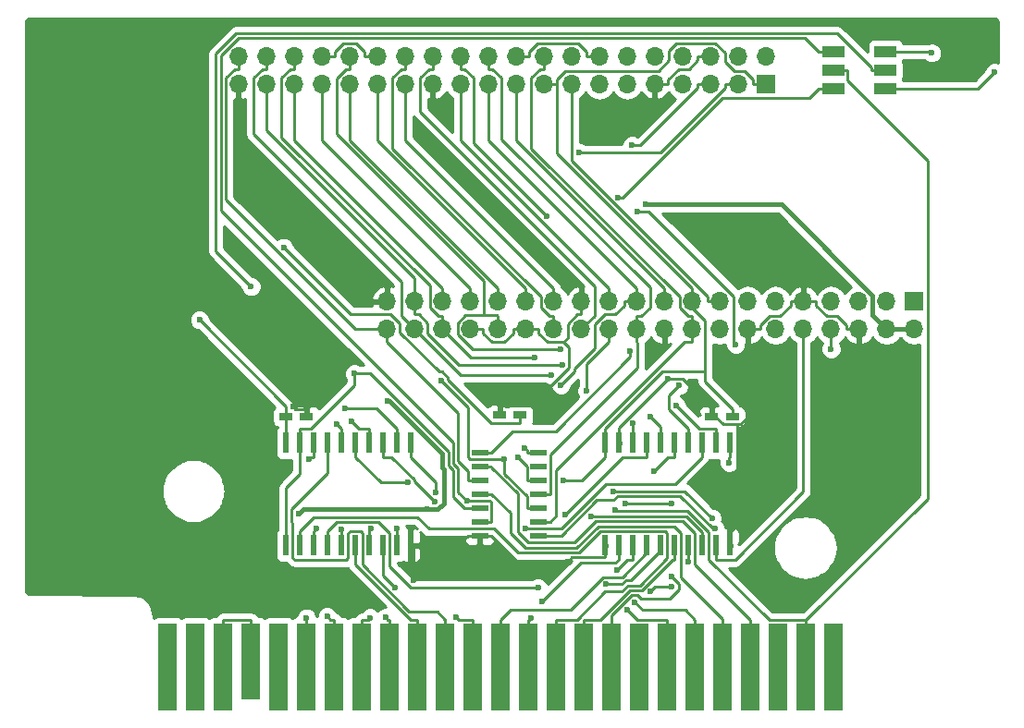
<source format=gbr>
G04 #@! TF.FileFunction,Copper,L1,Top,Mixed*
%FSLAX46Y46*%
G04 Gerber Fmt 4.6, Leading zero omitted, Abs format (unit mm)*
G04 Created by KiCad (PCBNEW 4.0.7) date 09/05/18 01:07:57*
%MOMM*%
%LPD*%
G01*
G04 APERTURE LIST*
%ADD10C,0.100000*%
%ADD11R,1.800000X8.000000*%
%ADD12R,1.800000X7.000000*%
%ADD13R,1.700000X1.700000*%
%ADD14O,1.700000X1.700000*%
%ADD15R,1.200000X0.750000*%
%ADD16R,2.000000X1.100000*%
%ADD17R,0.600000X1.950000*%
%ADD18R,1.500000X0.600000*%
%ADD19C,0.600000*%
%ADD20C,0.250000*%
%ADD21C,0.400000*%
%ADD22C,0.254000*%
G04 APERTURE END LIST*
D10*
D11*
X187949840Y-109827440D03*
X185409840Y-109827440D03*
X182869840Y-109827440D03*
X180329840Y-109827440D03*
X177789840Y-109827440D03*
X175249840Y-109827440D03*
X172709840Y-109827440D03*
X170169840Y-109827440D03*
X167629840Y-109827440D03*
X165089840Y-109827440D03*
X162549840Y-109827440D03*
X160009840Y-109827440D03*
X157469840Y-109827440D03*
X154929840Y-109827440D03*
X152389840Y-109827440D03*
X149849840Y-109827440D03*
X147309840Y-109827440D03*
X144769840Y-109827440D03*
X142229840Y-109827440D03*
X139689840Y-109827440D03*
X137149840Y-109827440D03*
D12*
X134604760Y-109334680D03*
D11*
X132069840Y-109827440D03*
X129529840Y-109827440D03*
X126989840Y-109827440D03*
D13*
X181737000Y-56388000D03*
D14*
X181737000Y-53848000D03*
X179197000Y-56388000D03*
X179197000Y-53848000D03*
X176657000Y-56388000D03*
X176657000Y-53848000D03*
X174117000Y-56388000D03*
X174117000Y-53848000D03*
X171577000Y-56388000D03*
X171577000Y-53848000D03*
X169037000Y-56388000D03*
X169037000Y-53848000D03*
X166497000Y-56388000D03*
X166497000Y-53848000D03*
X163957000Y-56388000D03*
X163957000Y-53848000D03*
X161417000Y-56388000D03*
X161417000Y-53848000D03*
X158877000Y-56388000D03*
X158877000Y-53848000D03*
X156337000Y-56388000D03*
X156337000Y-53848000D03*
X153797000Y-56388000D03*
X153797000Y-53848000D03*
X151257000Y-56388000D03*
X151257000Y-53848000D03*
X148717000Y-56388000D03*
X148717000Y-53848000D03*
X146177000Y-56388000D03*
X146177000Y-53848000D03*
X143637000Y-56388000D03*
X143637000Y-53848000D03*
X141097000Y-56388000D03*
X141097000Y-53848000D03*
X138557000Y-56388000D03*
X138557000Y-53848000D03*
X136017000Y-56388000D03*
X136017000Y-53848000D03*
X133477000Y-56388000D03*
X133477000Y-53848000D03*
D13*
X195326000Y-76327000D03*
D14*
X195326000Y-78867000D03*
X192786000Y-76327000D03*
X192786000Y-78867000D03*
X190246000Y-76327000D03*
X190246000Y-78867000D03*
X187706000Y-76327000D03*
X187706000Y-78867000D03*
X185166000Y-76327000D03*
X185166000Y-78867000D03*
X182626000Y-76327000D03*
X182626000Y-78867000D03*
X180086000Y-76327000D03*
X180086000Y-78867000D03*
X177546000Y-76327000D03*
X177546000Y-78867000D03*
X175006000Y-76327000D03*
X175006000Y-78867000D03*
X172466000Y-76327000D03*
X172466000Y-78867000D03*
X169926000Y-76327000D03*
X169926000Y-78867000D03*
X167386000Y-76327000D03*
X167386000Y-78867000D03*
X164846000Y-76327000D03*
X164846000Y-78867000D03*
X162306000Y-76327000D03*
X162306000Y-78867000D03*
X159766000Y-76327000D03*
X159766000Y-78867000D03*
X157226000Y-76327000D03*
X157226000Y-78867000D03*
X154686000Y-76327000D03*
X154686000Y-78867000D03*
X152146000Y-76327000D03*
X152146000Y-78867000D03*
X149606000Y-76327000D03*
X149606000Y-78867000D03*
X147066000Y-76327000D03*
X147066000Y-78867000D03*
D15*
X137800000Y-86868000D03*
X139700000Y-86868000D03*
X178684000Y-86868000D03*
X176784000Y-86868000D03*
X159258000Y-86741000D03*
X157358000Y-86741000D03*
D16*
X187884000Y-53418000D03*
X187884000Y-55118000D03*
X187884000Y-56818000D03*
X192684000Y-56818000D03*
X192684000Y-55118000D03*
X192684000Y-53418000D03*
D17*
X137795000Y-98680000D03*
X139065000Y-98680000D03*
X140335000Y-98680000D03*
X141605000Y-98680000D03*
X142875000Y-98680000D03*
X144145000Y-98680000D03*
X145415000Y-98680000D03*
X146685000Y-98680000D03*
X147955000Y-98680000D03*
X149225000Y-98680000D03*
X149225000Y-89280000D03*
X147955000Y-89280000D03*
X146685000Y-89280000D03*
X145415000Y-89280000D03*
X144145000Y-89280000D03*
X142875000Y-89280000D03*
X141605000Y-89280000D03*
X140335000Y-89280000D03*
X139065000Y-89280000D03*
X137795000Y-89280000D03*
D18*
X155542000Y-90170000D03*
X155542000Y-91440000D03*
X155542000Y-92710000D03*
X155542000Y-93980000D03*
X155542000Y-95250000D03*
X155542000Y-96520000D03*
X155542000Y-97790000D03*
X160942000Y-97790000D03*
X160942000Y-96520000D03*
X160942000Y-95250000D03*
X160942000Y-93980000D03*
X160942000Y-92710000D03*
X160942000Y-91440000D03*
X160942000Y-90170000D03*
D17*
X167005000Y-98680000D03*
X168275000Y-98680000D03*
X169545000Y-98680000D03*
X170815000Y-98680000D03*
X172085000Y-98680000D03*
X173355000Y-98680000D03*
X174625000Y-98680000D03*
X175895000Y-98680000D03*
X177165000Y-98680000D03*
X178435000Y-98680000D03*
X178435000Y-89280000D03*
X177165000Y-89280000D03*
X175895000Y-89280000D03*
X174625000Y-89280000D03*
X173355000Y-89280000D03*
X172085000Y-89280000D03*
X170815000Y-89280000D03*
X169545000Y-89280000D03*
X168275000Y-89280000D03*
X167005000Y-89280000D03*
D19*
X163595200Y-100176700D03*
X172761600Y-83388300D03*
X149511300Y-101866800D03*
X138464100Y-85971100D03*
X179090400Y-96769300D03*
X158084000Y-85837200D03*
X150740000Y-95360600D03*
X138994600Y-95739800D03*
X147101200Y-85428700D03*
X170737200Y-67439300D03*
X142875000Y-97176500D03*
X169499400Y-62035200D03*
X143790600Y-87298600D03*
X139939100Y-90786300D03*
X142482400Y-87587100D03*
X145607300Y-97168700D03*
X147935800Y-97158200D03*
X164677400Y-62660500D03*
X140584000Y-97165900D03*
X143223900Y-86153600D03*
X177102500Y-97139300D03*
X169730800Y-103867300D03*
X169066200Y-104616800D03*
X173093900Y-102504700D03*
X171179700Y-102881800D03*
X171464400Y-91854300D03*
X178375200Y-91126800D03*
X173088500Y-101526900D03*
X165754200Y-96028700D03*
X160883100Y-102538700D03*
X161269700Y-103831900D03*
X163336300Y-95889300D03*
X160248500Y-105320300D03*
X159687800Y-97145400D03*
X151531700Y-93859800D03*
X151407600Y-94660200D03*
X153412000Y-105296300D03*
X148932600Y-92935700D03*
X147746300Y-102534800D03*
X146924500Y-105285700D03*
X145515200Y-105300500D03*
X141571100Y-105198600D03*
X139689800Y-105324900D03*
X129893500Y-78016400D03*
X159665600Y-89722100D03*
X163178100Y-92724400D03*
X168078800Y-100936500D03*
X165329300Y-84528400D03*
X161690900Y-68529100D03*
X173813100Y-84018500D03*
X173534000Y-85836700D03*
X169545000Y-87480800D03*
X162966700Y-80727900D03*
X167074700Y-102230100D03*
X162971500Y-84011000D03*
X171182400Y-86899200D03*
X174625000Y-100156200D03*
X187706000Y-80678300D03*
X167918100Y-95403300D03*
X167729000Y-93706300D03*
X176791500Y-96173800D03*
X168856800Y-94846500D03*
X173100100Y-94806500D03*
X169334400Y-80907500D03*
X178977200Y-80284700D03*
X169932300Y-68064600D03*
X160559600Y-81480800D03*
X163084600Y-82106100D03*
X162112700Y-83098000D03*
X202679000Y-55305500D03*
X134621700Y-74962200D03*
X196906900Y-53548200D03*
X154395000Y-94624600D03*
X152014100Y-83624600D03*
X168212700Y-66836000D03*
X157817700Y-90814600D03*
X144081400Y-82937700D03*
X137591500Y-71376500D03*
X159011900Y-90613800D03*
D20*
X149225000Y-98680000D02*
X149225000Y-98764700D01*
X168275000Y-89280000D02*
X168275000Y-87979700D01*
X149511300Y-98764700D02*
X149511300Y-101866800D01*
X149511300Y-98764700D02*
X149225000Y-98764700D01*
X153492000Y-98764700D02*
X154466700Y-97790000D01*
X149511300Y-98764700D02*
X153492000Y-98764700D01*
X155542000Y-97790000D02*
X154466700Y-97790000D01*
X155542000Y-97790000D02*
X156617300Y-97790000D01*
X145001700Y-53480600D02*
X145001700Y-53848000D01*
X144193800Y-52672700D02*
X145001700Y-53480600D01*
X143080300Y-52672700D02*
X144193800Y-52672700D01*
X142272300Y-53480700D02*
X143080300Y-52672700D01*
X142272300Y-53848000D02*
X142272300Y-53480700D01*
X141097000Y-53848000D02*
X142272300Y-53848000D01*
X146177000Y-53848000D02*
X145001700Y-53848000D01*
X158590700Y-79234400D02*
X158590700Y-78867000D01*
X157782800Y-80042300D02*
X158590700Y-79234400D01*
X156669300Y-80042300D02*
X157782800Y-80042300D01*
X155861300Y-79234300D02*
X156669300Y-80042300D01*
X155861300Y-78867000D02*
X155861300Y-79234300D01*
X154686000Y-78867000D02*
X155861300Y-78867000D01*
X159766000Y-78867000D02*
X158590700Y-78867000D01*
X174079300Y-83388300D02*
X172761600Y-83388300D01*
X176784000Y-86093000D02*
X174079300Y-83388300D01*
X176784000Y-86167700D02*
X176784000Y-86093000D01*
X157358000Y-86741000D02*
X157358000Y-86040700D01*
X176784000Y-86868000D02*
X176784000Y-86517800D01*
X176784000Y-86517800D02*
X176784000Y-86167700D01*
X167005000Y-98680000D02*
X167005000Y-99793700D01*
X165321700Y-53480600D02*
X165321700Y-53848000D01*
X164513800Y-52672700D02*
X165321700Y-53480600D01*
X160860300Y-52672700D02*
X164513800Y-52672700D01*
X160052300Y-53480700D02*
X160860300Y-52672700D01*
X160052300Y-53848000D02*
X160052300Y-53480700D01*
X158877000Y-53848000D02*
X160052300Y-53848000D01*
X166497000Y-53848000D02*
X165321700Y-53848000D01*
X189070700Y-78499600D02*
X189070700Y-78867000D01*
X188262800Y-77691700D02*
X189070700Y-78499600D01*
X187338600Y-77691700D02*
X188262800Y-77691700D01*
X186341300Y-76694400D02*
X187338600Y-77691700D01*
X186341300Y-76327000D02*
X186341300Y-76694400D01*
X185166000Y-76327000D02*
X186341300Y-76327000D01*
X190246000Y-78867000D02*
X189070700Y-78867000D01*
X185166000Y-76327000D02*
X183990700Y-76327000D01*
X139700000Y-86868000D02*
X139700000Y-86167700D01*
X138660700Y-86167700D02*
X138464100Y-85971100D01*
X139700000Y-86167700D02*
X138660700Y-86167700D01*
X168275000Y-87866500D02*
X168275000Y-87979700D01*
X172753200Y-83388300D02*
X168275000Y-87866500D01*
X172761600Y-83388300D02*
X172753200Y-83388300D01*
X175481700Y-54215400D02*
X175481700Y-53848000D01*
X174673800Y-55023300D02*
X175481700Y-54215400D01*
X173749600Y-55023300D02*
X174673800Y-55023300D01*
X172752300Y-56020600D02*
X173749600Y-55023300D01*
X172752300Y-56388000D02*
X172752300Y-56020600D01*
X171577000Y-56388000D02*
X172752300Y-56388000D01*
X176657000Y-53848000D02*
X175481700Y-53848000D01*
X163978200Y-99793700D02*
X163595200Y-100176700D01*
X167005000Y-99793700D02*
X163978200Y-99793700D01*
X164846000Y-76327000D02*
X164846000Y-77502300D01*
X159766000Y-78867000D02*
X160941300Y-78867000D01*
X181261300Y-78499600D02*
X181261300Y-78867000D01*
X182069200Y-77691700D02*
X181261300Y-78499600D01*
X182993400Y-77691700D02*
X182069200Y-77691700D01*
X183990700Y-76694400D02*
X182993400Y-77691700D01*
X183990700Y-76327000D02*
X183990700Y-76694400D01*
X180086000Y-78867000D02*
X181261300Y-78867000D01*
X179418100Y-87594300D02*
X179090400Y-87594300D01*
X180086000Y-86926400D02*
X179418100Y-87594300D01*
X180086000Y-78867000D02*
X180086000Y-86926400D01*
X177860500Y-87594300D02*
X176784000Y-86517800D01*
X179090400Y-87594300D02*
X177860500Y-87594300D01*
X179090400Y-87594300D02*
X179090400Y-96769300D01*
X178480000Y-97379700D02*
X178435000Y-97379700D01*
X179090400Y-96769300D02*
X178480000Y-97379700D01*
X178435000Y-98680000D02*
X178435000Y-97379700D01*
X159004000Y-100176700D02*
X163595200Y-100176700D01*
X156617300Y-97790000D02*
X159004000Y-100176700D01*
X163600100Y-79648600D02*
X163206400Y-80042300D01*
X163600100Y-78380800D02*
X163600100Y-79648600D01*
X164478600Y-77502300D02*
X163600100Y-78380800D01*
X164846000Y-77502300D02*
X164478600Y-77502300D01*
X160941300Y-79234400D02*
X160941300Y-78867000D01*
X161749200Y-80042300D02*
X160941300Y-79234400D01*
X163206400Y-80042300D02*
X161749200Y-80042300D01*
X160261000Y-85837200D02*
X158084000Y-85837200D01*
X163722900Y-82375300D02*
X160261000Y-85837200D01*
X163722900Y-80558800D02*
X163722900Y-82375300D01*
X163206400Y-80042300D02*
X163722900Y-80558800D01*
X157561500Y-85837200D02*
X158084000Y-85837200D01*
X157358000Y-86040700D02*
X157561500Y-85837200D01*
D21*
X192786000Y-78867000D02*
X192786000Y-78857200D01*
X195326000Y-78867000D02*
X194075700Y-78867000D01*
X194065900Y-78857200D02*
X192786000Y-78857200D01*
X194075700Y-78867000D02*
X194065900Y-78857200D01*
X191516000Y-77587200D02*
X192786000Y-78857200D01*
X191516000Y-75763400D02*
X191516000Y-77587200D01*
X183191900Y-67439300D02*
X191516000Y-75763400D01*
X170737200Y-67439300D02*
X183191900Y-67439300D01*
X151721200Y-95360600D02*
X150740000Y-95360600D01*
X152257600Y-94824200D02*
X151721200Y-95360600D01*
X152257600Y-91690200D02*
X152257600Y-94824200D01*
X152140200Y-91572800D02*
X152257600Y-91690200D01*
X152140200Y-90281100D02*
X152140200Y-91572800D01*
X147287800Y-85428700D02*
X152140200Y-90281100D01*
X147101200Y-85428700D02*
X147287800Y-85428700D01*
X139373800Y-95360600D02*
X138994600Y-95739800D01*
X150740000Y-95360600D02*
X139373800Y-95360600D01*
D20*
X142875000Y-97176500D02*
X142875000Y-98680000D01*
X175481700Y-56755300D02*
X175481700Y-56388000D01*
X170201800Y-62035200D02*
X175481700Y-56755300D01*
X169499400Y-62035200D02*
X170201800Y-62035200D01*
X176657000Y-56388000D02*
X175481700Y-56388000D01*
X145415000Y-89280000D02*
X145415000Y-87979700D01*
X144471700Y-87979700D02*
X143790600Y-87298600D01*
X145415000Y-87979700D02*
X144471700Y-87979700D01*
X143637000Y-56388000D02*
X143637000Y-57563300D01*
X143637000Y-61562700D02*
X157226000Y-75151700D01*
X143637000Y-57563300D02*
X143637000Y-61562700D01*
X157226000Y-76327000D02*
X157226000Y-75151700D01*
X140145100Y-90580300D02*
X139939100Y-90786300D01*
X140335000Y-90580300D02*
X140145100Y-90580300D01*
X140335000Y-89280000D02*
X140335000Y-90580300D01*
X142875000Y-89280000D02*
X142875000Y-87979700D01*
X166082400Y-77630600D02*
X164846000Y-78867000D01*
X166082400Y-74932200D02*
X166082400Y-77630600D01*
X150066400Y-58916200D02*
X166082400Y-74932200D01*
X150066400Y-55846600D02*
X150066400Y-58916200D01*
X150889700Y-55023300D02*
X150066400Y-55846600D01*
X151257000Y-55023300D02*
X150889700Y-55023300D01*
X151257000Y-53848000D02*
X151257000Y-55023300D01*
X142875000Y-87979700D02*
X142482400Y-87587100D01*
X145415000Y-97361000D02*
X145415000Y-98680000D01*
X145607300Y-97168700D02*
X145415000Y-97361000D01*
X162306000Y-76327000D02*
X162306000Y-75151700D01*
X148717000Y-61562700D02*
X148717000Y-56388000D01*
X162306000Y-75151700D02*
X148717000Y-61562700D01*
X147955000Y-98680000D02*
X147955000Y-97379700D01*
X148349600Y-55023300D02*
X148717000Y-55023300D01*
X147541700Y-55831200D02*
X148349600Y-55023300D01*
X147541700Y-62290500D02*
X147541700Y-55831200D01*
X161130700Y-75879500D02*
X147541700Y-62290500D01*
X161130700Y-76883800D02*
X161130700Y-75879500D01*
X161938600Y-77691700D02*
X161130700Y-76883800D01*
X162306000Y-77691700D02*
X161938600Y-77691700D01*
X162306000Y-78867000D02*
X162306000Y-77691700D01*
X148717000Y-53848000D02*
X148717000Y-55023300D01*
X147935800Y-97360500D02*
X147935800Y-97158200D01*
X147955000Y-97379700D02*
X147935800Y-97360500D01*
X179197000Y-56388000D02*
X178021700Y-56388000D01*
X140335000Y-98680000D02*
X140335000Y-97379700D01*
X140370200Y-97379700D02*
X140335000Y-97379700D01*
X140584000Y-97165900D02*
X140370200Y-97379700D01*
X178021700Y-56755400D02*
X178021700Y-56388000D01*
X172116600Y-62660500D02*
X178021700Y-56755400D01*
X164677400Y-62660500D02*
X172116600Y-62660500D01*
X146177000Y-56388000D02*
X146177000Y-57563300D01*
X146177000Y-61562700D02*
X146177000Y-57563300D01*
X159766000Y-75151700D02*
X146177000Y-61562700D01*
X159766000Y-76327000D02*
X159766000Y-75151700D01*
X146128900Y-86153600D02*
X143223900Y-86153600D01*
X147955000Y-87979700D02*
X146128900Y-86153600D01*
X147955000Y-89280000D02*
X147955000Y-87979700D01*
X176872700Y-97139300D02*
X177102500Y-97139300D01*
X173896600Y-94163200D02*
X176872700Y-97139300D01*
X168156500Y-94163200D02*
X173896600Y-94163200D01*
X167782600Y-94537100D02*
X168156500Y-94163200D01*
X166276000Y-94537100D02*
X167782600Y-94537100D01*
X163023100Y-97790000D02*
X166276000Y-94537100D01*
X160942000Y-97790000D02*
X163023100Y-97790000D01*
X155542000Y-91440000D02*
X156617300Y-91440000D01*
X180329800Y-109827400D02*
X180329800Y-105502100D01*
X175250300Y-100422600D02*
X180329800Y-105502100D01*
X175250300Y-97570100D02*
X175250300Y-100422600D01*
X174159200Y-96479000D02*
X175250300Y-97570100D01*
X166188500Y-96479000D02*
X174159200Y-96479000D01*
X164236200Y-98431300D02*
X166188500Y-96479000D01*
X160013500Y-98431300D02*
X164236200Y-98431300D01*
X159014500Y-97432300D02*
X160013500Y-98431300D01*
X159014500Y-93940600D02*
X159014500Y-97432300D01*
X156617300Y-91543400D02*
X159014500Y-93940600D01*
X156617300Y-91440000D02*
X156617300Y-91543400D01*
X155542000Y-93980000D02*
X156617300Y-93980000D01*
X177789800Y-105451400D02*
X177789800Y-109827400D01*
X173980300Y-101641900D02*
X177789800Y-105451400D01*
X173980300Y-97528000D02*
X173980300Y-101641900D01*
X173381700Y-96929400D02*
X173980300Y-97528000D01*
X166375000Y-96929400D02*
X173381700Y-96929400D01*
X164422700Y-98881700D02*
X166375000Y-96929400D01*
X159726900Y-98881700D02*
X164422700Y-98881700D01*
X158356700Y-97511500D02*
X159726900Y-98881700D01*
X158356700Y-95719400D02*
X158356700Y-97511500D01*
X156617300Y-93980000D02*
X158356700Y-95719400D01*
X174346400Y-104598700D02*
X175249800Y-105502100D01*
X170462200Y-104598700D02*
X174346400Y-104598700D01*
X169730800Y-103867300D02*
X170462200Y-104598700D01*
X175249800Y-109827400D02*
X175249800Y-105502100D01*
X169951500Y-105502100D02*
X172709800Y-105502100D01*
X169066200Y-104616800D02*
X169951500Y-105502100D01*
X172709800Y-109827400D02*
X172709800Y-105502100D01*
X171556800Y-102504700D02*
X173093900Y-102504700D01*
X171179700Y-102881800D02*
X171556800Y-102504700D01*
X173355000Y-89280000D02*
X173355000Y-90580300D01*
X172738400Y-90580300D02*
X171464400Y-91854300D01*
X173355000Y-90580300D02*
X172738400Y-90580300D01*
X178375200Y-90640100D02*
X178375200Y-91126800D01*
X178435000Y-90580300D02*
X178375200Y-90640100D01*
X167629800Y-109827400D02*
X167629800Y-105502100D01*
X178435000Y-89280000D02*
X178435000Y-90580300D01*
X167629800Y-105084000D02*
X167629800Y-105502100D01*
X169471800Y-103242000D02*
X167629800Y-105084000D01*
X169989900Y-103242000D02*
X169471800Y-103242000D01*
X170311300Y-103563400D02*
X169989900Y-103242000D01*
X172928300Y-103563400D02*
X170311300Y-103563400D01*
X173753100Y-102738600D02*
X172928300Y-103563400D01*
X173753100Y-102191500D02*
X173753100Y-102738600D01*
X173088500Y-101526900D02*
X173753100Y-102191500D01*
X174417200Y-96028700D02*
X165754200Y-96028700D01*
X175895000Y-97506500D02*
X174417200Y-96028700D01*
X175895000Y-98680000D02*
X175895000Y-97506500D01*
X173355000Y-98680000D02*
X173355000Y-99980300D01*
X165089800Y-109827400D02*
X165089800Y-105502100D01*
X166574800Y-105502100D02*
X165089800Y-105502100D01*
X169285200Y-102791700D02*
X166574800Y-105502100D01*
X170385300Y-102791700D02*
X169285200Y-102791700D01*
X173196700Y-99980300D02*
X170385300Y-102791700D01*
X173355000Y-99980300D02*
X173196700Y-99980300D01*
X141605000Y-98680000D02*
X141605000Y-97379700D01*
X149217500Y-102538700D02*
X160883100Y-102538700D01*
X147310400Y-100631600D02*
X149217500Y-102538700D01*
X147310400Y-97563300D02*
X147310400Y-100631600D01*
X146284000Y-96536900D02*
X147310400Y-97563300D01*
X142447800Y-96536900D02*
X146284000Y-96536900D01*
X141605000Y-97379700D02*
X142447800Y-96536900D01*
X139065000Y-98680000D02*
X139065000Y-97379700D01*
X162549800Y-109827400D02*
X162549800Y-105502100D01*
X164449400Y-105502100D02*
X162549800Y-105502100D01*
X167041000Y-102910500D02*
X164449400Y-105502100D01*
X168529500Y-102910500D02*
X167041000Y-102910500D01*
X169098600Y-102341400D02*
X168529500Y-102910500D01*
X170198700Y-102341400D02*
X169098600Y-102341400D01*
X172720000Y-99820100D02*
X170198700Y-102341400D01*
X172720000Y-97579900D02*
X172720000Y-99820100D01*
X172519800Y-97379700D02*
X172720000Y-97579900D01*
X166561600Y-97379700D02*
X172519800Y-97379700D01*
X164609300Y-99332000D02*
X166561600Y-97379700D01*
X159059100Y-99332000D02*
X164609300Y-99332000D01*
X156882100Y-97155000D02*
X159059100Y-99332000D01*
X150886700Y-97155000D02*
X156882100Y-97155000D01*
X149811900Y-96080200D02*
X150886700Y-97155000D01*
X140364500Y-96080200D02*
X149811900Y-96080200D01*
X139065000Y-97379700D02*
X140364500Y-96080200D01*
X168275000Y-98680000D02*
X168275000Y-99980300D01*
X164808700Y-100292900D02*
X161269700Y-103831900D01*
X167962400Y-100292900D02*
X164808700Y-100292900D01*
X168275000Y-99980300D02*
X167962400Y-100292900D01*
X160009800Y-109827400D02*
X160009800Y-105502100D01*
X160066700Y-105502100D02*
X160009800Y-105502100D01*
X160248500Y-105320300D02*
X160066700Y-105502100D01*
X170815000Y-89280000D02*
X170815000Y-90580300D01*
X168645300Y-90580300D02*
X163336300Y-95889300D01*
X170815000Y-90580300D02*
X168645300Y-90580300D01*
X175895000Y-89280000D02*
X175895000Y-90580300D01*
X173418500Y-93056800D02*
X175895000Y-90580300D01*
X167074600Y-93056800D02*
X173418500Y-93056800D01*
X162986000Y-97145400D02*
X167074600Y-93056800D01*
X159687800Y-97145400D02*
X162986000Y-97145400D01*
X157469800Y-109827400D02*
X157469800Y-105502100D01*
X158412100Y-104559800D02*
X157469800Y-105502100D01*
X163850500Y-104559800D02*
X158412100Y-104559800D01*
X166822200Y-101588100D02*
X163850500Y-104559800D01*
X168578100Y-101588100D02*
X166822200Y-101588100D01*
X170815000Y-99351200D02*
X168578100Y-101588100D01*
X170815000Y-98680000D02*
X170815000Y-99351200D01*
X149225000Y-89280000D02*
X149225000Y-90580300D01*
X151531700Y-92887000D02*
X151531700Y-93859800D01*
X149225000Y-90580300D02*
X151531700Y-92887000D01*
X154929800Y-109827400D02*
X154929800Y-105502100D01*
X146685000Y-89280000D02*
X146685000Y-90580300D01*
X153617800Y-105502100D02*
X154929800Y-105502100D01*
X153412000Y-105296300D02*
X153617800Y-105502100D01*
X149557900Y-92810500D02*
X151407600Y-94660200D01*
X149557900Y-92676600D02*
X149557900Y-92810500D01*
X147461600Y-90580300D02*
X149557900Y-92676600D01*
X146685000Y-90580300D02*
X147461600Y-90580300D01*
X146500400Y-92935700D02*
X148932600Y-92935700D01*
X144145000Y-90580300D02*
X146500400Y-92935700D01*
X144145000Y-89280000D02*
X144145000Y-90580300D01*
X152389800Y-109827400D02*
X152389800Y-105502100D01*
X151656000Y-104768300D02*
X152389800Y-105502100D01*
X149095500Y-104768300D02*
X151656000Y-104768300D01*
X144782000Y-100454800D02*
X149095500Y-104768300D01*
X144782000Y-97524700D02*
X144782000Y-100454800D01*
X144636900Y-97379600D02*
X144782000Y-97524700D01*
X143702200Y-97379600D02*
X144636900Y-97379600D01*
X143500400Y-97581400D02*
X143702200Y-97379600D01*
X143500400Y-99800000D02*
X143500400Y-97581400D01*
X143300900Y-99999500D02*
X143500400Y-99800000D01*
X138611100Y-99999500D02*
X143300900Y-99999500D01*
X138420400Y-99808800D02*
X138611100Y-99999500D01*
X138420400Y-96632400D02*
X138420400Y-99808800D01*
X138327700Y-96539700D02*
X138420400Y-96632400D01*
X138327700Y-95327400D02*
X138327700Y-96539700D01*
X141605000Y-92050100D02*
X138327700Y-95327400D01*
X141605000Y-89280000D02*
X141605000Y-92050100D01*
X146685000Y-101473500D02*
X147746300Y-102534800D01*
X146685000Y-98680000D02*
X146685000Y-101473500D01*
X149849800Y-109827400D02*
X149849800Y-105502100D01*
X144145000Y-98680000D02*
X144145000Y-99980300D01*
X149192400Y-105502100D02*
X149849800Y-105502100D01*
X144145000Y-100454700D02*
X149192400Y-105502100D01*
X144145000Y-99980300D02*
X144145000Y-100454700D01*
X147140900Y-105502100D02*
X147309800Y-105502100D01*
X146924500Y-105285700D02*
X147140900Y-105502100D01*
X147309800Y-109827400D02*
X147309800Y-105502100D01*
X144769800Y-109827400D02*
X144769800Y-105502100D01*
X145313600Y-105502100D02*
X144769800Y-105502100D01*
X145515200Y-105300500D02*
X145313600Y-105502100D01*
X141874600Y-105502100D02*
X141571100Y-105198600D01*
X142229800Y-105502100D02*
X141874600Y-105502100D01*
X142229800Y-109827400D02*
X142229800Y-105502100D01*
X139689800Y-109827400D02*
X139689800Y-105502100D01*
X139689800Y-105502100D02*
X139689800Y-105324900D01*
X137800000Y-87974700D02*
X137800000Y-86868000D01*
X137795000Y-87979700D02*
X137800000Y-87974700D01*
X137795000Y-89280000D02*
X137795000Y-87979700D01*
X137800000Y-86868000D02*
X137800000Y-86167700D01*
X137800000Y-85922900D02*
X129893500Y-78016400D01*
X137800000Y-86167700D02*
X137800000Y-85922900D01*
X181737000Y-56388000D02*
X180561700Y-56388000D01*
X180561700Y-56020600D02*
X180561700Y-56388000D01*
X179753800Y-55212700D02*
X180561700Y-56020600D01*
X178860700Y-55212700D02*
X179753800Y-55212700D01*
X178021600Y-54373600D02*
X178860700Y-55212700D01*
X178021600Y-53543700D02*
X178021600Y-54373600D01*
X177119900Y-52642000D02*
X178021600Y-53543700D01*
X173564200Y-52642000D02*
X177119900Y-52642000D01*
X172847000Y-53359200D02*
X173564200Y-52642000D01*
X172847000Y-54242200D02*
X172847000Y-53359200D01*
X171876500Y-55212700D02*
X172847000Y-54242200D01*
X163400200Y-55212700D02*
X171876500Y-55212700D01*
X162592300Y-56020600D02*
X163400200Y-55212700D01*
X162592300Y-56388000D02*
X162592300Y-56020600D01*
X161417000Y-56388000D02*
X162592300Y-56388000D01*
X175006000Y-76327000D02*
X175006000Y-75151700D01*
X175006000Y-76327000D02*
X175006000Y-76914600D01*
X178684000Y-86868000D02*
X178684000Y-86167700D01*
X162592300Y-62738000D02*
X162592300Y-56388000D01*
X175006000Y-75151700D02*
X162592300Y-62738000D01*
X167005000Y-89280000D02*
X167005000Y-87979700D01*
X172258300Y-82726400D02*
X176181400Y-82726400D01*
X167005000Y-87979700D02*
X172258300Y-82726400D01*
X176181400Y-78090000D02*
X176181400Y-82726400D01*
X175006000Y-76914600D02*
X176181400Y-78090000D01*
X176181400Y-83665100D02*
X178684000Y-86167700D01*
X176181400Y-82726400D02*
X176181400Y-83665100D01*
X160942000Y-90170000D02*
X159866700Y-90170000D01*
X159866700Y-89923200D02*
X159665600Y-89722100D01*
X159866700Y-90170000D02*
X159866700Y-89923200D01*
X164860900Y-92724400D02*
X167005000Y-90580300D01*
X163178100Y-92724400D02*
X164860900Y-92724400D01*
X167005000Y-89280000D02*
X167005000Y-90580300D01*
X169035000Y-99980300D02*
X168078800Y-100936500D01*
X169545000Y-99980300D02*
X169035000Y-99980300D01*
X165329300Y-82099000D02*
X167386000Y-80042300D01*
X165329300Y-84528400D02*
X165329300Y-82099000D01*
X167386000Y-78867000D02*
X167386000Y-80042300D01*
X169545000Y-98680000D02*
X169545000Y-99980300D01*
X154164400Y-55023300D02*
X153797000Y-55023300D01*
X154972300Y-55831200D02*
X154164400Y-55023300D01*
X154972300Y-61810500D02*
X154972300Y-55831200D01*
X161690900Y-68529100D02*
X154972300Y-61810500D01*
X153797000Y-53848000D02*
X153797000Y-55023300D01*
X174625000Y-89280000D02*
X174625000Y-87979700D01*
X172875400Y-86230100D02*
X174625000Y-87979700D01*
X172875400Y-84956200D02*
X172875400Y-86230100D01*
X173813100Y-84018500D02*
X172875400Y-84956200D01*
X158877000Y-61562700D02*
X158877000Y-56388000D01*
X172466000Y-75151700D02*
X158877000Y-61562700D01*
X172466000Y-76327000D02*
X172466000Y-75151700D01*
X153797000Y-61562700D02*
X153797000Y-56388000D01*
X167386000Y-75151700D02*
X153797000Y-61562700D01*
X167386000Y-76327000D02*
X167386000Y-75151700D01*
X175677000Y-87979700D02*
X173534000Y-85836700D01*
X177165000Y-87979700D02*
X175677000Y-87979700D01*
X177165000Y-89280000D02*
X177165000Y-87979700D01*
X185166000Y-93734800D02*
X185166000Y-78867000D01*
X178920500Y-99980300D02*
X185166000Y-93734800D01*
X177165000Y-99980300D02*
X178920500Y-99980300D01*
X177165000Y-98680000D02*
X177165000Y-99980300D01*
X157226000Y-78867000D02*
X157226000Y-77691700D01*
X143637000Y-53848000D02*
X143637000Y-55023300D01*
X157131300Y-77597000D02*
X157226000Y-77691700D01*
X155882400Y-77597000D02*
X157131300Y-77597000D01*
X169545000Y-89280000D02*
X169545000Y-87480800D01*
X143269700Y-55023300D02*
X143637000Y-55023300D01*
X142423400Y-55869600D02*
X143269700Y-55023300D01*
X142423400Y-60997800D02*
X142423400Y-55869600D01*
X155882400Y-74456800D02*
X142423400Y-60997800D01*
X155882400Y-77597000D02*
X155882400Y-74456800D01*
X154871400Y-80727900D02*
X162966700Y-80727900D01*
X153510600Y-79367100D02*
X154871400Y-80727900D01*
X153510600Y-78341400D02*
X153510600Y-79367100D01*
X154255000Y-77597000D02*
X153510600Y-78341400D01*
X155882400Y-77597000D02*
X154255000Y-77597000D01*
X169926000Y-76327000D02*
X169926000Y-75151700D01*
X169926000Y-76327000D02*
X168750700Y-76327000D01*
X164247100Y-82735400D02*
X162971500Y-84011000D01*
X164247100Y-82471700D02*
X164247100Y-82735400D01*
X166116000Y-80602800D02*
X164247100Y-82471700D01*
X166116000Y-78427600D02*
X166116000Y-80602800D01*
X167041300Y-77502300D02*
X166116000Y-78427600D01*
X167942800Y-77502300D02*
X167041300Y-77502300D01*
X168750700Y-76694400D02*
X167942800Y-77502300D01*
X168750700Y-76327000D02*
X168750700Y-76694400D01*
X156337000Y-61562700D02*
X156337000Y-56388000D01*
X169926000Y-75151700D02*
X156337000Y-61562700D01*
X168573000Y-102230100D02*
X167074700Y-102230100D01*
X168912000Y-101891100D02*
X168573000Y-102230100D01*
X169374300Y-101891100D02*
X168912000Y-101891100D01*
X172085000Y-99180400D02*
X169374300Y-101891100D01*
X172085000Y-98680000D02*
X172085000Y-99180400D01*
X141097000Y-61562700D02*
X141097000Y-56388000D01*
X154686000Y-75151700D02*
X141097000Y-61562700D01*
X154686000Y-76327000D02*
X154686000Y-75151700D01*
X172085000Y-87801800D02*
X171182400Y-86899200D01*
X172085000Y-89280000D02*
X172085000Y-87801800D01*
X187706000Y-80678300D02*
X187706000Y-78867000D01*
X174625000Y-98680000D02*
X174625000Y-100156200D01*
X185409800Y-109827400D02*
X185409800Y-105502100D01*
X187884000Y-55118000D02*
X189209300Y-55118000D01*
X189209300Y-56084000D02*
X189209300Y-55118000D01*
X196530600Y-63405300D02*
X189209300Y-56084000D01*
X196530600Y-94381300D02*
X196530600Y-63405300D01*
X185409800Y-105502100D02*
X196530600Y-94381300D01*
X168048900Y-95534100D02*
X167918100Y-95403300D01*
X174559500Y-95534100D02*
X168048900Y-95534100D01*
X176520300Y-97494900D02*
X174559500Y-95534100D01*
X176520300Y-99975900D02*
X176520300Y-97494900D01*
X182046500Y-105502100D02*
X176520300Y-99975900D01*
X185409800Y-105502100D02*
X182046500Y-105502100D01*
X134597500Y-105502100D02*
X134604800Y-105509400D01*
X132069800Y-105502100D02*
X134597500Y-105502100D01*
X132069800Y-109827400D02*
X132069800Y-105502100D01*
X134604800Y-109334700D02*
X134604800Y-105509400D01*
X174324000Y-93706300D02*
X167729000Y-93706300D01*
X176791500Y-96173800D02*
X174324000Y-93706300D01*
X168896800Y-94806500D02*
X168856800Y-94846500D01*
X173100100Y-94806500D02*
X168896800Y-94806500D01*
X155542000Y-90170000D02*
X156617300Y-90170000D01*
X169334400Y-81407700D02*
X169334400Y-80907500D01*
X162519900Y-88222200D02*
X169334400Y-81407700D01*
X158565100Y-88222200D02*
X162519900Y-88222200D01*
X156617300Y-90170000D02*
X158565100Y-88222200D01*
X161417000Y-53848000D02*
X161417000Y-55023300D01*
X161049600Y-55023300D02*
X161417000Y-55023300D01*
X160241700Y-55831200D02*
X161049600Y-55023300D01*
X160241700Y-62290500D02*
X160241700Y-55831200D01*
X173830700Y-75879500D02*
X160241700Y-62290500D01*
X173830700Y-76883800D02*
X173830700Y-75879500D01*
X174638600Y-77691700D02*
X173830700Y-76883800D01*
X175006000Y-77691700D02*
X174638600Y-77691700D01*
X175006000Y-78867000D02*
X175006000Y-77691700D01*
X160942000Y-96520000D02*
X162017300Y-96520000D01*
X175006000Y-78867000D02*
X175006000Y-80042300D01*
X162552800Y-95984500D02*
X162017300Y-96520000D01*
X162552800Y-91760900D02*
X162552800Y-95984500D01*
X174271400Y-80042300D02*
X162552800Y-91760900D01*
X175006000Y-80042300D02*
X174271400Y-80042300D01*
X156337000Y-53848000D02*
X156337000Y-55023300D01*
X169926000Y-78867000D02*
X169926000Y-77691700D01*
X169984200Y-80100500D02*
X169926000Y-80042300D01*
X169984200Y-82417400D02*
X169984200Y-80100500D01*
X162017300Y-90384300D02*
X169984200Y-82417400D01*
X162017300Y-93980000D02*
X162017300Y-90384300D01*
X160942000Y-93980000D02*
X162017300Y-93980000D01*
X169926000Y-78867000D02*
X169926000Y-80042300D01*
X156704400Y-55023300D02*
X156337000Y-55023300D01*
X157512300Y-55831200D02*
X156704400Y-55023300D01*
X157512300Y-61464200D02*
X157512300Y-55831200D01*
X171116600Y-75068500D02*
X157512300Y-61464200D01*
X171116600Y-76868400D02*
X171116600Y-75068500D01*
X170293300Y-77691700D02*
X171116600Y-76868400D01*
X169926000Y-77691700D02*
X170293300Y-77691700D01*
X138557000Y-56388000D02*
X138557000Y-57563300D01*
X152146000Y-76327000D02*
X152146000Y-75151700D01*
X138557000Y-61562700D02*
X152146000Y-75151700D01*
X138557000Y-57563300D02*
X138557000Y-61562700D01*
X178816000Y-80123500D02*
X178977200Y-80284700D01*
X178816000Y-75871200D02*
X178816000Y-80123500D01*
X171009400Y-68064600D02*
X178816000Y-75871200D01*
X169932300Y-68064600D02*
X171009400Y-68064600D01*
X138557000Y-53848000D02*
X138557000Y-55023300D01*
X152146000Y-78867000D02*
X152146000Y-77691700D01*
X138189600Y-55023300D02*
X138557000Y-55023300D01*
X137381700Y-55831200D02*
X138189600Y-55023300D01*
X137381700Y-61282400D02*
X137381700Y-55831200D01*
X150970700Y-74871400D02*
X137381700Y-61282400D01*
X150970700Y-76883800D02*
X150970700Y-74871400D01*
X151778600Y-77691700D02*
X150970700Y-76883800D01*
X152146000Y-77691700D02*
X151778600Y-77691700D01*
X154759800Y-81480800D02*
X160559600Y-81480800D01*
X152146000Y-78867000D02*
X154759800Y-81480800D01*
X149606000Y-76914600D02*
X149606000Y-77502300D01*
X149606000Y-76914600D02*
X149606000Y-76327000D01*
X149606000Y-76327000D02*
X149606000Y-75151700D01*
X136017000Y-60609100D02*
X136017000Y-56388000D01*
X149606000Y-74198100D02*
X136017000Y-60609100D01*
X149606000Y-75151700D02*
X149606000Y-74198100D01*
X153658700Y-82106100D02*
X163084600Y-82106100D01*
X150781300Y-79228700D02*
X153658700Y-82106100D01*
X150781300Y-78310200D02*
X150781300Y-79228700D01*
X149973400Y-77502300D02*
X150781300Y-78310200D01*
X149606000Y-77502300D02*
X149973400Y-77502300D01*
X135649600Y-55023300D02*
X136017000Y-55023300D01*
X134841700Y-55831200D02*
X135649600Y-55023300D01*
X134841700Y-61003400D02*
X134841700Y-55831200D01*
X148393500Y-74555200D02*
X134841700Y-61003400D01*
X148393500Y-77654500D02*
X148393500Y-74555200D01*
X149606000Y-78867000D02*
X148393500Y-77654500D01*
X136017000Y-53848000D02*
X136017000Y-55023300D01*
X153837000Y-83098000D02*
X162112700Y-83098000D01*
X149606000Y-78867000D02*
X153837000Y-83098000D01*
X201166500Y-56818000D02*
X202679000Y-55305500D01*
X192684000Y-56818000D02*
X201166500Y-56818000D01*
X192684000Y-55118000D02*
X191358700Y-55118000D01*
X131398600Y-71739100D02*
X134621700Y-74962200D01*
X131398600Y-53605900D02*
X131398600Y-71739100D01*
X133263300Y-51741200D02*
X131398600Y-53605900D01*
X188228000Y-51741200D02*
X133263300Y-51741200D01*
X191358700Y-54871900D02*
X188228000Y-51741200D01*
X191358700Y-55118000D02*
X191358700Y-54871900D01*
X196776700Y-53418000D02*
X196906900Y-53548200D01*
X192684000Y-53418000D02*
X196776700Y-53418000D01*
X155542000Y-96520000D02*
X156617300Y-96520000D01*
X156484900Y-94624600D02*
X154395000Y-94624600D01*
X156617300Y-94757000D02*
X156484900Y-94624600D01*
X156617300Y-96520000D02*
X156617300Y-94757000D01*
X187884000Y-53418000D02*
X186558700Y-53418000D01*
X153566100Y-93795700D02*
X154395000Y-94624600D01*
X153566100Y-91618900D02*
X153566100Y-93795700D01*
X153115800Y-91168600D02*
X153566100Y-91618900D01*
X153115800Y-89292900D02*
X153115800Y-91168600D01*
X131848900Y-68026000D02*
X153115800Y-89292900D01*
X131848900Y-53803200D02*
X131848900Y-68026000D01*
X133460500Y-52191600D02*
X131848900Y-53803200D01*
X185332300Y-52191600D02*
X133460500Y-52191600D01*
X186558700Y-53418000D02*
X185332300Y-52191600D01*
X160942000Y-95250000D02*
X159866700Y-95250000D01*
X185683400Y-57693300D02*
X186558700Y-56818000D01*
X177720700Y-57693300D02*
X185683400Y-57693300D01*
X168578000Y-66836000D02*
X177720700Y-57693300D01*
X168212700Y-66836000D02*
X168578000Y-66836000D01*
X187884000Y-56818000D02*
X186558700Y-56818000D01*
X159866700Y-94155800D02*
X159866700Y-95250000D01*
X157817700Y-92106800D02*
X159866700Y-94155800D01*
X157817700Y-90814600D02*
X157817700Y-92106800D01*
X154466600Y-86077100D02*
X152014100Y-83624600D01*
X154466600Y-90612800D02*
X154466600Y-86077100D01*
X154668400Y-90814600D02*
X154466600Y-90612800D01*
X157817700Y-90814600D02*
X154668400Y-90814600D01*
X133109600Y-55023300D02*
X133477000Y-55023300D01*
X132301700Y-55831200D02*
X133109600Y-55023300D01*
X132301700Y-67011100D02*
X132301700Y-55831200D01*
X144157600Y-78867000D02*
X132301700Y-67011100D01*
X145890700Y-78867000D02*
X144157600Y-78867000D01*
X147066000Y-78867000D02*
X145890700Y-78867000D01*
X133477000Y-53848000D02*
X133477000Y-55023300D01*
X155542000Y-92710000D02*
X154466700Y-92710000D01*
X147066000Y-78867000D02*
X147066000Y-80042300D01*
X154466700Y-91882500D02*
X154466700Y-92710000D01*
X153566100Y-90981900D02*
X154466700Y-91882500D01*
X153566100Y-86542400D02*
X153566100Y-90981900D01*
X147066000Y-80042300D02*
X153566100Y-86542400D01*
X137795000Y-93421200D02*
X137795000Y-97379700D01*
X139065000Y-92151200D02*
X137795000Y-93421200D01*
X139065000Y-89280000D02*
X139065000Y-92151200D01*
X137795000Y-98680000D02*
X137795000Y-97379700D01*
X139065000Y-89280000D02*
X139065000Y-87979700D01*
X140090600Y-87979700D02*
X139065000Y-87979700D01*
X144081400Y-83988900D02*
X140090600Y-87979700D01*
X144081400Y-82937700D02*
X144081400Y-83988900D01*
X154129500Y-95250000D02*
X155542000Y-95250000D01*
X153115800Y-94236300D02*
X154129500Y-95250000D01*
X153115800Y-91805500D02*
X153115800Y-94236300D01*
X152665500Y-91355200D02*
X153115800Y-91805500D01*
X152665500Y-90061700D02*
X152665500Y-91355200D01*
X145541500Y-82937700D02*
X152665500Y-90061700D01*
X144081400Y-82937700D02*
X145541500Y-82937700D01*
X177546000Y-76327000D02*
X176370700Y-76327000D01*
X176370700Y-75878300D02*
X176370700Y-76327000D01*
X163957000Y-63464600D02*
X176370700Y-75878300D01*
X163957000Y-56388000D02*
X163957000Y-63464600D01*
X159258000Y-86741000D02*
X159258000Y-87441300D01*
X143717400Y-77502400D02*
X137591500Y-71376500D01*
X147393900Y-77502400D02*
X143717400Y-77502400D01*
X148241400Y-78349900D02*
X147393900Y-77502400D01*
X148241400Y-79170700D02*
X148241400Y-78349900D01*
X151848300Y-82777600D02*
X148241400Y-79170700D01*
X152111500Y-82777600D02*
X151848300Y-82777600D01*
X152639400Y-83305500D02*
X152111500Y-82777600D01*
X152639400Y-83467100D02*
X152639400Y-83305500D01*
X156613600Y-87441300D02*
X152639400Y-83467100D01*
X159258000Y-87441300D02*
X156613600Y-87441300D01*
X160942000Y-92710000D02*
X159866700Y-92710000D01*
X159866700Y-91468600D02*
X159011900Y-90613800D01*
X159866700Y-92710000D02*
X159866700Y-91468600D01*
D22*
G36*
X202725377Y-50412811D02*
X202861341Y-50503658D01*
X202952189Y-50639622D01*
X202998000Y-50869931D01*
X202998000Y-54425557D01*
X202865799Y-54370662D01*
X202493833Y-54370338D01*
X202150057Y-54512383D01*
X201886808Y-54775173D01*
X201744162Y-55118701D01*
X201744121Y-55165577D01*
X200851698Y-56058000D01*
X194291926Y-56058000D01*
X194287162Y-56032683D01*
X194246519Y-55969522D01*
X194280431Y-55919890D01*
X194331440Y-55668000D01*
X194331440Y-54568000D01*
X194287162Y-54332683D01*
X194246519Y-54269522D01*
X194280431Y-54219890D01*
X194288914Y-54178000D01*
X196214464Y-54178000D01*
X196376573Y-54340392D01*
X196720101Y-54483038D01*
X197092067Y-54483362D01*
X197435843Y-54341317D01*
X197699092Y-54078527D01*
X197841738Y-53734999D01*
X197842062Y-53363033D01*
X197700017Y-53019257D01*
X197437227Y-52756008D01*
X197093699Y-52613362D01*
X196721733Y-52613038D01*
X196612916Y-52658000D01*
X194291926Y-52658000D01*
X194287162Y-52632683D01*
X194148090Y-52416559D01*
X193935890Y-52271569D01*
X193684000Y-52220560D01*
X191684000Y-52220560D01*
X191448683Y-52264838D01*
X191232559Y-52403910D01*
X191087569Y-52616110D01*
X191036560Y-52868000D01*
X191036560Y-53474958D01*
X188765401Y-51203799D01*
X188518839Y-51039052D01*
X188228000Y-50981200D01*
X133263300Y-50981200D01*
X132972461Y-51039052D01*
X132725899Y-51203799D01*
X130861199Y-53068499D01*
X130696452Y-53315061D01*
X130638600Y-53605900D01*
X130638600Y-71739100D01*
X130696452Y-72029939D01*
X130861199Y-72276501D01*
X133686578Y-75101880D01*
X133686538Y-75147367D01*
X133828583Y-75491143D01*
X134091373Y-75754392D01*
X134434901Y-75897038D01*
X134806867Y-75897362D01*
X135150643Y-75755317D01*
X135413892Y-75492527D01*
X135556538Y-75148999D01*
X135556862Y-74777033D01*
X135414817Y-74433257D01*
X135152027Y-74170008D01*
X134808499Y-74027362D01*
X134761623Y-74027321D01*
X132158600Y-71424298D01*
X132158600Y-69410502D01*
X144925798Y-82177700D01*
X144643863Y-82177700D01*
X144611727Y-82145508D01*
X144268199Y-82002862D01*
X143896233Y-82002538D01*
X143552457Y-82144583D01*
X143289208Y-82407373D01*
X143146562Y-82750901D01*
X143146238Y-83122867D01*
X143288283Y-83466643D01*
X143321400Y-83499818D01*
X143321400Y-83674098D01*
X140845318Y-86150180D01*
X140838327Y-86133301D01*
X140659698Y-85954673D01*
X140426309Y-85858000D01*
X139985750Y-85858000D01*
X139827000Y-86016750D01*
X139827000Y-86741000D01*
X139847000Y-86741000D01*
X139847000Y-86995000D01*
X139827000Y-86995000D01*
X139827000Y-87015000D01*
X139573000Y-87015000D01*
X139573000Y-86995000D01*
X139553000Y-86995000D01*
X139553000Y-86741000D01*
X139573000Y-86741000D01*
X139573000Y-86016750D01*
X139414250Y-85858000D01*
X138973691Y-85858000D01*
X138740302Y-85954673D01*
X138738932Y-85956043D01*
X138651890Y-85896569D01*
X138550686Y-85876075D01*
X138502148Y-85632061D01*
X138337401Y-85385499D01*
X130828622Y-77876720D01*
X130828662Y-77831233D01*
X130686617Y-77487457D01*
X130423827Y-77224208D01*
X130080299Y-77081562D01*
X129708333Y-77081238D01*
X129364557Y-77223283D01*
X129101308Y-77486073D01*
X128958662Y-77829601D01*
X128958338Y-78201567D01*
X129100383Y-78545343D01*
X129363173Y-78808592D01*
X129706701Y-78951238D01*
X129753577Y-78951279D01*
X136798848Y-85996550D01*
X136748559Y-86028910D01*
X136603569Y-86241110D01*
X136552560Y-86493000D01*
X136552560Y-87243000D01*
X136596838Y-87478317D01*
X136735910Y-87694441D01*
X136948110Y-87839431D01*
X137032845Y-87856590D01*
X136898569Y-88053110D01*
X136847560Y-88305000D01*
X136847560Y-90255000D01*
X136891838Y-90490317D01*
X137030910Y-90706441D01*
X137243110Y-90851431D01*
X137495000Y-90902440D01*
X138095000Y-90902440D01*
X138305000Y-90862926D01*
X138305000Y-91836398D01*
X137257599Y-92883799D01*
X137092852Y-93130361D01*
X137035000Y-93421200D01*
X137035000Y-97253437D01*
X136898569Y-97453110D01*
X136847560Y-97705000D01*
X136847560Y-99655000D01*
X136891838Y-99890317D01*
X137030910Y-100106441D01*
X137243110Y-100251431D01*
X137495000Y-100302440D01*
X137853759Y-100302440D01*
X137882999Y-100346201D01*
X138073699Y-100536901D01*
X138320261Y-100701648D01*
X138611100Y-100759500D01*
X143300900Y-100759500D01*
X143440121Y-100731807D01*
X143442852Y-100745539D01*
X143607599Y-100992101D01*
X146966234Y-104350736D01*
X146739333Y-104350538D01*
X146395557Y-104492583D01*
X146212374Y-104675447D01*
X146045527Y-104508308D01*
X145701999Y-104365662D01*
X145330033Y-104365338D01*
X144986257Y-104507383D01*
X144746484Y-104746738D01*
X144478961Y-104799952D01*
X144232399Y-104964699D01*
X144088540Y-105180000D01*
X143869840Y-105180000D01*
X143634523Y-105224278D01*
X143499263Y-105311316D01*
X143381730Y-105231009D01*
X143129840Y-105180000D01*
X142911060Y-105180000D01*
X142767201Y-104964699D01*
X142520639Y-104799952D01*
X142408867Y-104777719D01*
X142364217Y-104669657D01*
X142101427Y-104406408D01*
X141757899Y-104263762D01*
X141385933Y-104263438D01*
X141042157Y-104405483D01*
X140778908Y-104668273D01*
X140636262Y-105011801D01*
X140636107Y-105189369D01*
X140624921Y-105187104D01*
X140624962Y-105139733D01*
X140482917Y-104795957D01*
X140220127Y-104532708D01*
X139876599Y-104390062D01*
X139504633Y-104389738D01*
X139160857Y-104531783D01*
X138897608Y-104794573D01*
X138754962Y-105138101D01*
X138754920Y-105186571D01*
X138554523Y-105224278D01*
X138419263Y-105311316D01*
X138301730Y-105231009D01*
X138049840Y-105180000D01*
X136249840Y-105180000D01*
X136014523Y-105224278D01*
X135871190Y-105316511D01*
X135756650Y-105238249D01*
X135504760Y-105187240D01*
X135286020Y-105187240D01*
X135142201Y-104971999D01*
X135134901Y-104964699D01*
X134888339Y-104799952D01*
X134597500Y-104742100D01*
X132069800Y-104742100D01*
X131778961Y-104799952D01*
X131532399Y-104964699D01*
X131388540Y-105180000D01*
X131169840Y-105180000D01*
X130934523Y-105224278D01*
X130799263Y-105311316D01*
X130681730Y-105231009D01*
X130429840Y-105180000D01*
X128629840Y-105180000D01*
X128394523Y-105224278D01*
X128259263Y-105311316D01*
X128141730Y-105231009D01*
X127889840Y-105180000D01*
X126089840Y-105180000D01*
X125854523Y-105224278D01*
X125652600Y-105354212D01*
X125652600Y-105041700D01*
X125638957Y-104973113D01*
X125638957Y-104903185D01*
X125551951Y-104465778D01*
X125445937Y-104209838D01*
X125198167Y-103839022D01*
X125002278Y-103643134D01*
X125002277Y-103643133D01*
X124631462Y-103395362D01*
X124475816Y-103330892D01*
X124375521Y-103289348D01*
X123938115Y-103202343D01*
X123868662Y-103202343D01*
X123800562Y-103188701D01*
X114497409Y-103176095D01*
X114266622Y-103130189D01*
X114130658Y-103039341D01*
X114039811Y-102903377D01*
X113994000Y-102673073D01*
X113994000Y-93687900D01*
X126414082Y-93687900D01*
X126449112Y-93864009D01*
X126448761Y-94266864D01*
X126603958Y-94642470D01*
X126636561Y-94806376D01*
X126728595Y-94944114D01*
X126887050Y-95327606D01*
X127182782Y-95623855D01*
X127270126Y-95754574D01*
X127399704Y-95841155D01*
X127697905Y-96139877D01*
X128091161Y-96303172D01*
X128218324Y-96388139D01*
X128367011Y-96417715D01*
X128757880Y-96580018D01*
X129184836Y-96580390D01*
X129336800Y-96610618D01*
X129487438Y-96580654D01*
X129905604Y-96581019D01*
X130295486Y-96419923D01*
X130455276Y-96388139D01*
X130589555Y-96298416D01*
X130966346Y-96142730D01*
X131257418Y-95852165D01*
X131403474Y-95754574D01*
X131500213Y-95609794D01*
X131778617Y-95331875D01*
X131930805Y-94965367D01*
X132037039Y-94806376D01*
X132074017Y-94620473D01*
X132218758Y-94271900D01*
X132219090Y-93891145D01*
X132259518Y-93687900D01*
X132219443Y-93486430D01*
X132219759Y-93124176D01*
X132080203Y-92786425D01*
X132037039Y-92569424D01*
X131915192Y-92387068D01*
X131781470Y-92063434D01*
X131531898Y-91813426D01*
X131403474Y-91621226D01*
X131212953Y-91493924D01*
X130970615Y-91251163D01*
X130651030Y-91118459D01*
X130455276Y-90987661D01*
X130226388Y-90942132D01*
X129910640Y-90811022D01*
X129565741Y-90810721D01*
X129336800Y-90765182D01*
X129109858Y-90810324D01*
X128762916Y-90810021D01*
X128439441Y-90943678D01*
X128218324Y-90987661D01*
X128032509Y-91111819D01*
X127702174Y-91248310D01*
X127446989Y-91503050D01*
X127270126Y-91621226D01*
X127152982Y-91796545D01*
X126889903Y-92059165D01*
X126746093Y-92405498D01*
X126636561Y-92569424D01*
X126598435Y-92761097D01*
X126449762Y-93119140D01*
X126449421Y-93510240D01*
X126414082Y-93687900D01*
X113994000Y-93687900D01*
X113994000Y-50869927D01*
X114039811Y-50639623D01*
X114130658Y-50503659D01*
X114266622Y-50412811D01*
X114496931Y-50367000D01*
X202495073Y-50367000D01*
X202725377Y-50412811D01*
X202725377Y-50412811D01*
G37*
X202725377Y-50412811D02*
X202861341Y-50503658D01*
X202952189Y-50639622D01*
X202998000Y-50869931D01*
X202998000Y-54425557D01*
X202865799Y-54370662D01*
X202493833Y-54370338D01*
X202150057Y-54512383D01*
X201886808Y-54775173D01*
X201744162Y-55118701D01*
X201744121Y-55165577D01*
X200851698Y-56058000D01*
X194291926Y-56058000D01*
X194287162Y-56032683D01*
X194246519Y-55969522D01*
X194280431Y-55919890D01*
X194331440Y-55668000D01*
X194331440Y-54568000D01*
X194287162Y-54332683D01*
X194246519Y-54269522D01*
X194280431Y-54219890D01*
X194288914Y-54178000D01*
X196214464Y-54178000D01*
X196376573Y-54340392D01*
X196720101Y-54483038D01*
X197092067Y-54483362D01*
X197435843Y-54341317D01*
X197699092Y-54078527D01*
X197841738Y-53734999D01*
X197842062Y-53363033D01*
X197700017Y-53019257D01*
X197437227Y-52756008D01*
X197093699Y-52613362D01*
X196721733Y-52613038D01*
X196612916Y-52658000D01*
X194291926Y-52658000D01*
X194287162Y-52632683D01*
X194148090Y-52416559D01*
X193935890Y-52271569D01*
X193684000Y-52220560D01*
X191684000Y-52220560D01*
X191448683Y-52264838D01*
X191232559Y-52403910D01*
X191087569Y-52616110D01*
X191036560Y-52868000D01*
X191036560Y-53474958D01*
X188765401Y-51203799D01*
X188518839Y-51039052D01*
X188228000Y-50981200D01*
X133263300Y-50981200D01*
X132972461Y-51039052D01*
X132725899Y-51203799D01*
X130861199Y-53068499D01*
X130696452Y-53315061D01*
X130638600Y-53605900D01*
X130638600Y-71739100D01*
X130696452Y-72029939D01*
X130861199Y-72276501D01*
X133686578Y-75101880D01*
X133686538Y-75147367D01*
X133828583Y-75491143D01*
X134091373Y-75754392D01*
X134434901Y-75897038D01*
X134806867Y-75897362D01*
X135150643Y-75755317D01*
X135413892Y-75492527D01*
X135556538Y-75148999D01*
X135556862Y-74777033D01*
X135414817Y-74433257D01*
X135152027Y-74170008D01*
X134808499Y-74027362D01*
X134761623Y-74027321D01*
X132158600Y-71424298D01*
X132158600Y-69410502D01*
X144925798Y-82177700D01*
X144643863Y-82177700D01*
X144611727Y-82145508D01*
X144268199Y-82002862D01*
X143896233Y-82002538D01*
X143552457Y-82144583D01*
X143289208Y-82407373D01*
X143146562Y-82750901D01*
X143146238Y-83122867D01*
X143288283Y-83466643D01*
X143321400Y-83499818D01*
X143321400Y-83674098D01*
X140845318Y-86150180D01*
X140838327Y-86133301D01*
X140659698Y-85954673D01*
X140426309Y-85858000D01*
X139985750Y-85858000D01*
X139827000Y-86016750D01*
X139827000Y-86741000D01*
X139847000Y-86741000D01*
X139847000Y-86995000D01*
X139827000Y-86995000D01*
X139827000Y-87015000D01*
X139573000Y-87015000D01*
X139573000Y-86995000D01*
X139553000Y-86995000D01*
X139553000Y-86741000D01*
X139573000Y-86741000D01*
X139573000Y-86016750D01*
X139414250Y-85858000D01*
X138973691Y-85858000D01*
X138740302Y-85954673D01*
X138738932Y-85956043D01*
X138651890Y-85896569D01*
X138550686Y-85876075D01*
X138502148Y-85632061D01*
X138337401Y-85385499D01*
X130828622Y-77876720D01*
X130828662Y-77831233D01*
X130686617Y-77487457D01*
X130423827Y-77224208D01*
X130080299Y-77081562D01*
X129708333Y-77081238D01*
X129364557Y-77223283D01*
X129101308Y-77486073D01*
X128958662Y-77829601D01*
X128958338Y-78201567D01*
X129100383Y-78545343D01*
X129363173Y-78808592D01*
X129706701Y-78951238D01*
X129753577Y-78951279D01*
X136798848Y-85996550D01*
X136748559Y-86028910D01*
X136603569Y-86241110D01*
X136552560Y-86493000D01*
X136552560Y-87243000D01*
X136596838Y-87478317D01*
X136735910Y-87694441D01*
X136948110Y-87839431D01*
X137032845Y-87856590D01*
X136898569Y-88053110D01*
X136847560Y-88305000D01*
X136847560Y-90255000D01*
X136891838Y-90490317D01*
X137030910Y-90706441D01*
X137243110Y-90851431D01*
X137495000Y-90902440D01*
X138095000Y-90902440D01*
X138305000Y-90862926D01*
X138305000Y-91836398D01*
X137257599Y-92883799D01*
X137092852Y-93130361D01*
X137035000Y-93421200D01*
X137035000Y-97253437D01*
X136898569Y-97453110D01*
X136847560Y-97705000D01*
X136847560Y-99655000D01*
X136891838Y-99890317D01*
X137030910Y-100106441D01*
X137243110Y-100251431D01*
X137495000Y-100302440D01*
X137853759Y-100302440D01*
X137882999Y-100346201D01*
X138073699Y-100536901D01*
X138320261Y-100701648D01*
X138611100Y-100759500D01*
X143300900Y-100759500D01*
X143440121Y-100731807D01*
X143442852Y-100745539D01*
X143607599Y-100992101D01*
X146966234Y-104350736D01*
X146739333Y-104350538D01*
X146395557Y-104492583D01*
X146212374Y-104675447D01*
X146045527Y-104508308D01*
X145701999Y-104365662D01*
X145330033Y-104365338D01*
X144986257Y-104507383D01*
X144746484Y-104746738D01*
X144478961Y-104799952D01*
X144232399Y-104964699D01*
X144088540Y-105180000D01*
X143869840Y-105180000D01*
X143634523Y-105224278D01*
X143499263Y-105311316D01*
X143381730Y-105231009D01*
X143129840Y-105180000D01*
X142911060Y-105180000D01*
X142767201Y-104964699D01*
X142520639Y-104799952D01*
X142408867Y-104777719D01*
X142364217Y-104669657D01*
X142101427Y-104406408D01*
X141757899Y-104263762D01*
X141385933Y-104263438D01*
X141042157Y-104405483D01*
X140778908Y-104668273D01*
X140636262Y-105011801D01*
X140636107Y-105189369D01*
X140624921Y-105187104D01*
X140624962Y-105139733D01*
X140482917Y-104795957D01*
X140220127Y-104532708D01*
X139876599Y-104390062D01*
X139504633Y-104389738D01*
X139160857Y-104531783D01*
X138897608Y-104794573D01*
X138754962Y-105138101D01*
X138754920Y-105186571D01*
X138554523Y-105224278D01*
X138419263Y-105311316D01*
X138301730Y-105231009D01*
X138049840Y-105180000D01*
X136249840Y-105180000D01*
X136014523Y-105224278D01*
X135871190Y-105316511D01*
X135756650Y-105238249D01*
X135504760Y-105187240D01*
X135286020Y-105187240D01*
X135142201Y-104971999D01*
X135134901Y-104964699D01*
X134888339Y-104799952D01*
X134597500Y-104742100D01*
X132069800Y-104742100D01*
X131778961Y-104799952D01*
X131532399Y-104964699D01*
X131388540Y-105180000D01*
X131169840Y-105180000D01*
X130934523Y-105224278D01*
X130799263Y-105311316D01*
X130681730Y-105231009D01*
X130429840Y-105180000D01*
X128629840Y-105180000D01*
X128394523Y-105224278D01*
X128259263Y-105311316D01*
X128141730Y-105231009D01*
X127889840Y-105180000D01*
X126089840Y-105180000D01*
X125854523Y-105224278D01*
X125652600Y-105354212D01*
X125652600Y-105041700D01*
X125638957Y-104973113D01*
X125638957Y-104903185D01*
X125551951Y-104465778D01*
X125445937Y-104209838D01*
X125198167Y-103839022D01*
X125002278Y-103643134D01*
X125002277Y-103643133D01*
X124631462Y-103395362D01*
X124475816Y-103330892D01*
X124375521Y-103289348D01*
X123938115Y-103202343D01*
X123868662Y-103202343D01*
X123800562Y-103188701D01*
X114497409Y-103176095D01*
X114266622Y-103130189D01*
X114130658Y-103039341D01*
X114039811Y-102903377D01*
X113994000Y-102673073D01*
X113994000Y-93687900D01*
X126414082Y-93687900D01*
X126449112Y-93864009D01*
X126448761Y-94266864D01*
X126603958Y-94642470D01*
X126636561Y-94806376D01*
X126728595Y-94944114D01*
X126887050Y-95327606D01*
X127182782Y-95623855D01*
X127270126Y-95754574D01*
X127399704Y-95841155D01*
X127697905Y-96139877D01*
X128091161Y-96303172D01*
X128218324Y-96388139D01*
X128367011Y-96417715D01*
X128757880Y-96580018D01*
X129184836Y-96580390D01*
X129336800Y-96610618D01*
X129487438Y-96580654D01*
X129905604Y-96581019D01*
X130295486Y-96419923D01*
X130455276Y-96388139D01*
X130589555Y-96298416D01*
X130966346Y-96142730D01*
X131257418Y-95852165D01*
X131403474Y-95754574D01*
X131500213Y-95609794D01*
X131778617Y-95331875D01*
X131930805Y-94965367D01*
X132037039Y-94806376D01*
X132074017Y-94620473D01*
X132218758Y-94271900D01*
X132219090Y-93891145D01*
X132259518Y-93687900D01*
X132219443Y-93486430D01*
X132219759Y-93124176D01*
X132080203Y-92786425D01*
X132037039Y-92569424D01*
X131915192Y-92387068D01*
X131781470Y-92063434D01*
X131531898Y-91813426D01*
X131403474Y-91621226D01*
X131212953Y-91493924D01*
X130970615Y-91251163D01*
X130651030Y-91118459D01*
X130455276Y-90987661D01*
X130226388Y-90942132D01*
X129910640Y-90811022D01*
X129565741Y-90810721D01*
X129336800Y-90765182D01*
X129109858Y-90810324D01*
X128762916Y-90810021D01*
X128439441Y-90943678D01*
X128218324Y-90987661D01*
X128032509Y-91111819D01*
X127702174Y-91248310D01*
X127446989Y-91503050D01*
X127270126Y-91621226D01*
X127152982Y-91796545D01*
X126889903Y-92059165D01*
X126746093Y-92405498D01*
X126636561Y-92569424D01*
X126598435Y-92761097D01*
X126449762Y-93119140D01*
X126449421Y-93510240D01*
X126414082Y-93687900D01*
X113994000Y-93687900D01*
X113994000Y-50869927D01*
X114039811Y-50639623D01*
X114130658Y-50503659D01*
X114266622Y-50412811D01*
X114496931Y-50367000D01*
X202495073Y-50367000D01*
X202725377Y-50412811D01*
G36*
X190373000Y-78740000D02*
X190393000Y-78740000D01*
X190393000Y-78994000D01*
X190373000Y-78994000D01*
X190373000Y-80187155D01*
X190602890Y-80308476D01*
X191012924Y-80138645D01*
X191441183Y-79748358D01*
X191508298Y-79605447D01*
X191735946Y-79946147D01*
X192217715Y-80268054D01*
X192786000Y-80381093D01*
X193354285Y-80268054D01*
X193836054Y-79946147D01*
X194005736Y-79692200D01*
X194026432Y-79692200D01*
X194075700Y-79702000D01*
X194112813Y-79702000D01*
X194275946Y-79946147D01*
X194757715Y-80268054D01*
X195326000Y-80381093D01*
X195770600Y-80292656D01*
X195770600Y-94066498D01*
X185094998Y-104742100D01*
X182361302Y-104742100D01*
X178359502Y-100740300D01*
X178920500Y-100740300D01*
X179211339Y-100682448D01*
X179457901Y-100517701D01*
X181080702Y-98894900D01*
X182375734Y-98894900D01*
X182448323Y-99259830D01*
X182448141Y-99468784D01*
X182528639Y-99663605D01*
X182601665Y-100030730D01*
X182807807Y-100339244D01*
X182886430Y-100529526D01*
X183033167Y-100676519D01*
X183245060Y-100993640D01*
X183559411Y-101203683D01*
X183697285Y-101341797D01*
X183879108Y-101417297D01*
X184207970Y-101637035D01*
X184592497Y-101713522D01*
X184757260Y-101781938D01*
X184937235Y-101782095D01*
X185343800Y-101862966D01*
X185746816Y-101782801D01*
X185904984Y-101782939D01*
X186052454Y-101722006D01*
X186479630Y-101637035D01*
X186838608Y-101397174D01*
X186965726Y-101344650D01*
X187063925Y-101246622D01*
X187442540Y-100993640D01*
X187693313Y-100618332D01*
X187777997Y-100533795D01*
X187824289Y-100422311D01*
X188085935Y-100030730D01*
X188177010Y-99572868D01*
X188218138Y-99473820D01*
X188218232Y-99365627D01*
X188311866Y-98894900D01*
X188219050Y-98428283D01*
X188219139Y-98326096D01*
X188179772Y-98230821D01*
X188085935Y-97759070D01*
X187821045Y-97362634D01*
X187780850Y-97265354D01*
X187705832Y-97190205D01*
X187442540Y-96796160D01*
X187051936Y-96535167D01*
X186969995Y-96453083D01*
X186861934Y-96408212D01*
X186479630Y-96152765D01*
X186032615Y-96063848D01*
X185910020Y-96012942D01*
X185776106Y-96012825D01*
X185343800Y-95926834D01*
X184915268Y-96012074D01*
X184762296Y-96011941D01*
X184619671Y-96070873D01*
X184207970Y-96152765D01*
X183861997Y-96383936D01*
X183701554Y-96450230D01*
X183577611Y-96573957D01*
X183245060Y-96796160D01*
X183024797Y-97125807D01*
X182889283Y-97261085D01*
X182815205Y-97439485D01*
X182601665Y-97759070D01*
X182527335Y-98132750D01*
X182449142Y-98321060D01*
X182448963Y-98526756D01*
X182375734Y-98894900D01*
X181080702Y-98894900D01*
X185703401Y-94272201D01*
X185868148Y-94025639D01*
X185926000Y-93734800D01*
X185926000Y-80139954D01*
X186216054Y-79946147D01*
X186436000Y-79616974D01*
X186655946Y-79946147D01*
X186931528Y-80130284D01*
X186913808Y-80147973D01*
X186771162Y-80491501D01*
X186770838Y-80863467D01*
X186912883Y-81207243D01*
X187175673Y-81470492D01*
X187519201Y-81613138D01*
X187891167Y-81613462D01*
X188234943Y-81471417D01*
X188498192Y-81208627D01*
X188640838Y-80865099D01*
X188641162Y-80493133D01*
X188499117Y-80149357D01*
X188480236Y-80130443D01*
X188756054Y-79946147D01*
X188983702Y-79605447D01*
X189050817Y-79748358D01*
X189479076Y-80138645D01*
X189889110Y-80308476D01*
X190119000Y-80187155D01*
X190119000Y-78994000D01*
X190099000Y-78994000D01*
X190099000Y-78740000D01*
X190119000Y-78740000D01*
X190119000Y-78720000D01*
X190373000Y-78720000D01*
X190373000Y-78740000D01*
X190373000Y-78740000D01*
G37*
X190373000Y-78740000D02*
X190393000Y-78740000D01*
X190393000Y-78994000D01*
X190373000Y-78994000D01*
X190373000Y-80187155D01*
X190602890Y-80308476D01*
X191012924Y-80138645D01*
X191441183Y-79748358D01*
X191508298Y-79605447D01*
X191735946Y-79946147D01*
X192217715Y-80268054D01*
X192786000Y-80381093D01*
X193354285Y-80268054D01*
X193836054Y-79946147D01*
X194005736Y-79692200D01*
X194026432Y-79692200D01*
X194075700Y-79702000D01*
X194112813Y-79702000D01*
X194275946Y-79946147D01*
X194757715Y-80268054D01*
X195326000Y-80381093D01*
X195770600Y-80292656D01*
X195770600Y-94066498D01*
X185094998Y-104742100D01*
X182361302Y-104742100D01*
X178359502Y-100740300D01*
X178920500Y-100740300D01*
X179211339Y-100682448D01*
X179457901Y-100517701D01*
X181080702Y-98894900D01*
X182375734Y-98894900D01*
X182448323Y-99259830D01*
X182448141Y-99468784D01*
X182528639Y-99663605D01*
X182601665Y-100030730D01*
X182807807Y-100339244D01*
X182886430Y-100529526D01*
X183033167Y-100676519D01*
X183245060Y-100993640D01*
X183559411Y-101203683D01*
X183697285Y-101341797D01*
X183879108Y-101417297D01*
X184207970Y-101637035D01*
X184592497Y-101713522D01*
X184757260Y-101781938D01*
X184937235Y-101782095D01*
X185343800Y-101862966D01*
X185746816Y-101782801D01*
X185904984Y-101782939D01*
X186052454Y-101722006D01*
X186479630Y-101637035D01*
X186838608Y-101397174D01*
X186965726Y-101344650D01*
X187063925Y-101246622D01*
X187442540Y-100993640D01*
X187693313Y-100618332D01*
X187777997Y-100533795D01*
X187824289Y-100422311D01*
X188085935Y-100030730D01*
X188177010Y-99572868D01*
X188218138Y-99473820D01*
X188218232Y-99365627D01*
X188311866Y-98894900D01*
X188219050Y-98428283D01*
X188219139Y-98326096D01*
X188179772Y-98230821D01*
X188085935Y-97759070D01*
X187821045Y-97362634D01*
X187780850Y-97265354D01*
X187705832Y-97190205D01*
X187442540Y-96796160D01*
X187051936Y-96535167D01*
X186969995Y-96453083D01*
X186861934Y-96408212D01*
X186479630Y-96152765D01*
X186032615Y-96063848D01*
X185910020Y-96012942D01*
X185776106Y-96012825D01*
X185343800Y-95926834D01*
X184915268Y-96012074D01*
X184762296Y-96011941D01*
X184619671Y-96070873D01*
X184207970Y-96152765D01*
X183861997Y-96383936D01*
X183701554Y-96450230D01*
X183577611Y-96573957D01*
X183245060Y-96796160D01*
X183024797Y-97125807D01*
X182889283Y-97261085D01*
X182815205Y-97439485D01*
X182601665Y-97759070D01*
X182527335Y-98132750D01*
X182449142Y-98321060D01*
X182448963Y-98526756D01*
X182375734Y-98894900D01*
X181080702Y-98894900D01*
X185703401Y-94272201D01*
X185868148Y-94025639D01*
X185926000Y-93734800D01*
X185926000Y-80139954D01*
X186216054Y-79946147D01*
X186436000Y-79616974D01*
X186655946Y-79946147D01*
X186931528Y-80130284D01*
X186913808Y-80147973D01*
X186771162Y-80491501D01*
X186770838Y-80863467D01*
X186912883Y-81207243D01*
X187175673Y-81470492D01*
X187519201Y-81613138D01*
X187891167Y-81613462D01*
X188234943Y-81471417D01*
X188498192Y-81208627D01*
X188640838Y-80865099D01*
X188641162Y-80493133D01*
X188499117Y-80149357D01*
X188480236Y-80130443D01*
X188756054Y-79946147D01*
X188983702Y-79605447D01*
X189050817Y-79748358D01*
X189479076Y-80138645D01*
X189889110Y-80308476D01*
X190119000Y-80187155D01*
X190119000Y-78994000D01*
X190099000Y-78994000D01*
X190099000Y-78740000D01*
X190119000Y-78740000D01*
X190119000Y-78720000D01*
X190373000Y-78720000D01*
X190373000Y-78740000D01*
G36*
X149780347Y-97123449D02*
X149651310Y-97070000D01*
X149510750Y-97070000D01*
X149352000Y-97228750D01*
X149352000Y-98553000D01*
X150001250Y-98553000D01*
X150160000Y-98394250D01*
X150160000Y-97578691D01*
X150106550Y-97449652D01*
X150349299Y-97692401D01*
X150595861Y-97857148D01*
X150886700Y-97915000D01*
X154157000Y-97915000D01*
X154157000Y-97917002D01*
X154315748Y-97917002D01*
X154157000Y-98075750D01*
X154157000Y-98216310D01*
X154253673Y-98449699D01*
X154432302Y-98628327D01*
X154665691Y-98725000D01*
X155256250Y-98725000D01*
X155415000Y-98566250D01*
X155415000Y-97917000D01*
X155395000Y-97917000D01*
X155395000Y-97915000D01*
X155689000Y-97915000D01*
X155689000Y-97917000D01*
X155669000Y-97917000D01*
X155669000Y-98566250D01*
X155827750Y-98725000D01*
X156418309Y-98725000D01*
X156651698Y-98628327D01*
X156830327Y-98449699D01*
X156909897Y-98257599D01*
X158521699Y-99869401D01*
X158768261Y-100034148D01*
X159059100Y-100092000D01*
X163934798Y-100092000D01*
X161775868Y-102250930D01*
X161676217Y-102009757D01*
X161413427Y-101746508D01*
X161069899Y-101603862D01*
X160697933Y-101603538D01*
X160354157Y-101745583D01*
X160320982Y-101778700D01*
X149532302Y-101778700D01*
X148070400Y-100316798D01*
X148070400Y-100302440D01*
X148255000Y-100302440D01*
X148490317Y-100258162D01*
X148580980Y-100199822D01*
X148798690Y-100290000D01*
X148939250Y-100290000D01*
X149098000Y-100131250D01*
X149098000Y-98807000D01*
X149352000Y-98807000D01*
X149352000Y-100131250D01*
X149510750Y-100290000D01*
X149651310Y-100290000D01*
X149884699Y-100193327D01*
X150063327Y-100014698D01*
X150160000Y-99781309D01*
X150160000Y-98965750D01*
X150001250Y-98807000D01*
X149352000Y-98807000D01*
X149098000Y-98807000D01*
X149078000Y-98807000D01*
X149078000Y-98553000D01*
X149098000Y-98553000D01*
X149098000Y-97228750D01*
X148939250Y-97070000D01*
X148870878Y-97070000D01*
X148870962Y-96973033D01*
X148816077Y-96840200D01*
X149497098Y-96840200D01*
X149780347Y-97123449D01*
X149780347Y-97123449D01*
G37*
X149780347Y-97123449D02*
X149651310Y-97070000D01*
X149510750Y-97070000D01*
X149352000Y-97228750D01*
X149352000Y-98553000D01*
X150001250Y-98553000D01*
X150160000Y-98394250D01*
X150160000Y-97578691D01*
X150106550Y-97449652D01*
X150349299Y-97692401D01*
X150595861Y-97857148D01*
X150886700Y-97915000D01*
X154157000Y-97915000D01*
X154157000Y-97917002D01*
X154315748Y-97917002D01*
X154157000Y-98075750D01*
X154157000Y-98216310D01*
X154253673Y-98449699D01*
X154432302Y-98628327D01*
X154665691Y-98725000D01*
X155256250Y-98725000D01*
X155415000Y-98566250D01*
X155415000Y-97917000D01*
X155395000Y-97917000D01*
X155395000Y-97915000D01*
X155689000Y-97915000D01*
X155689000Y-97917000D01*
X155669000Y-97917000D01*
X155669000Y-98566250D01*
X155827750Y-98725000D01*
X156418309Y-98725000D01*
X156651698Y-98628327D01*
X156830327Y-98449699D01*
X156909897Y-98257599D01*
X158521699Y-99869401D01*
X158768261Y-100034148D01*
X159059100Y-100092000D01*
X163934798Y-100092000D01*
X161775868Y-102250930D01*
X161676217Y-102009757D01*
X161413427Y-101746508D01*
X161069899Y-101603862D01*
X160697933Y-101603538D01*
X160354157Y-101745583D01*
X160320982Y-101778700D01*
X149532302Y-101778700D01*
X148070400Y-100316798D01*
X148070400Y-100302440D01*
X148255000Y-100302440D01*
X148490317Y-100258162D01*
X148580980Y-100199822D01*
X148798690Y-100290000D01*
X148939250Y-100290000D01*
X149098000Y-100131250D01*
X149098000Y-98807000D01*
X149352000Y-98807000D01*
X149352000Y-100131250D01*
X149510750Y-100290000D01*
X149651310Y-100290000D01*
X149884699Y-100193327D01*
X150063327Y-100014698D01*
X150160000Y-99781309D01*
X150160000Y-98965750D01*
X150001250Y-98807000D01*
X149352000Y-98807000D01*
X149098000Y-98807000D01*
X149078000Y-98807000D01*
X149078000Y-98553000D01*
X149098000Y-98553000D01*
X149098000Y-97228750D01*
X148939250Y-97070000D01*
X148870878Y-97070000D01*
X148870962Y-96973033D01*
X148816077Y-96840200D01*
X149497098Y-96840200D01*
X149780347Y-97123449D01*
G36*
X180213000Y-78740000D02*
X180233000Y-78740000D01*
X180233000Y-78994000D01*
X180213000Y-78994000D01*
X180213000Y-80187155D01*
X180442890Y-80308476D01*
X180852924Y-80138645D01*
X181281183Y-79748358D01*
X181348298Y-79605447D01*
X181575946Y-79946147D01*
X182057715Y-80268054D01*
X182626000Y-80381093D01*
X183194285Y-80268054D01*
X183676054Y-79946147D01*
X183896000Y-79616974D01*
X184115946Y-79946147D01*
X184406000Y-80139954D01*
X184406000Y-93419998D01*
X179273000Y-98552998D01*
X179211252Y-98552998D01*
X179370000Y-98394250D01*
X179370000Y-97578691D01*
X179273327Y-97345302D01*
X179094699Y-97166673D01*
X178861310Y-97070000D01*
X178720750Y-97070000D01*
X178562000Y-97228750D01*
X178562000Y-98553000D01*
X178582000Y-98553000D01*
X178582000Y-98807000D01*
X178562000Y-98807000D01*
X178562000Y-98827000D01*
X178308000Y-98827000D01*
X178308000Y-98807000D01*
X178288000Y-98807000D01*
X178288000Y-98553000D01*
X178308000Y-98553000D01*
X178308000Y-97228750D01*
X178149250Y-97070000D01*
X178037561Y-97070000D01*
X178037662Y-96954133D01*
X177895617Y-96610357D01*
X177702824Y-96417227D01*
X177726338Y-96360599D01*
X177726662Y-95988633D01*
X177584617Y-95644857D01*
X177321827Y-95381608D01*
X176978299Y-95238962D01*
X176931423Y-95238921D01*
X174861401Y-93168899D01*
X174614839Y-93004152D01*
X174557380Y-92992722D01*
X176432401Y-91117701D01*
X176597148Y-90871139D01*
X176602509Y-90844188D01*
X176613110Y-90851431D01*
X176865000Y-90902440D01*
X177455959Y-90902440D01*
X177440362Y-90940001D01*
X177440038Y-91311967D01*
X177582083Y-91655743D01*
X177844873Y-91918992D01*
X178188401Y-92061638D01*
X178560367Y-92061962D01*
X178904143Y-91919917D01*
X179167392Y-91657127D01*
X179310038Y-91313599D01*
X179310362Y-90941633D01*
X179206362Y-90689934D01*
X179331431Y-90506890D01*
X179382440Y-90255000D01*
X179382440Y-88305000D01*
X179338162Y-88069683D01*
X179222822Y-87890440D01*
X179284000Y-87890440D01*
X179519317Y-87846162D01*
X179735441Y-87707090D01*
X179880431Y-87494890D01*
X179931440Y-87243000D01*
X179931440Y-86493000D01*
X179887162Y-86257683D01*
X179748090Y-86041559D01*
X179535890Y-85896569D01*
X179377945Y-85864584D01*
X179221401Y-85630299D01*
X176941400Y-83350298D01*
X176941400Y-80243789D01*
X176977715Y-80268054D01*
X177546000Y-80381093D01*
X178042201Y-80282392D01*
X178042038Y-80469867D01*
X178184083Y-80813643D01*
X178446873Y-81076892D01*
X178790401Y-81219538D01*
X179162367Y-81219862D01*
X179506143Y-81077817D01*
X179769392Y-80815027D01*
X179912038Y-80471499D01*
X179912264Y-80211819D01*
X179959000Y-80187155D01*
X179959000Y-78994000D01*
X179939000Y-78994000D01*
X179939000Y-78740000D01*
X179959000Y-78740000D01*
X179959000Y-78720000D01*
X180213000Y-78720000D01*
X180213000Y-78740000D01*
X180213000Y-78740000D01*
G37*
X180213000Y-78740000D02*
X180233000Y-78740000D01*
X180233000Y-78994000D01*
X180213000Y-78994000D01*
X180213000Y-80187155D01*
X180442890Y-80308476D01*
X180852924Y-80138645D01*
X181281183Y-79748358D01*
X181348298Y-79605447D01*
X181575946Y-79946147D01*
X182057715Y-80268054D01*
X182626000Y-80381093D01*
X183194285Y-80268054D01*
X183676054Y-79946147D01*
X183896000Y-79616974D01*
X184115946Y-79946147D01*
X184406000Y-80139954D01*
X184406000Y-93419998D01*
X179273000Y-98552998D01*
X179211252Y-98552998D01*
X179370000Y-98394250D01*
X179370000Y-97578691D01*
X179273327Y-97345302D01*
X179094699Y-97166673D01*
X178861310Y-97070000D01*
X178720750Y-97070000D01*
X178562000Y-97228750D01*
X178562000Y-98553000D01*
X178582000Y-98553000D01*
X178582000Y-98807000D01*
X178562000Y-98807000D01*
X178562000Y-98827000D01*
X178308000Y-98827000D01*
X178308000Y-98807000D01*
X178288000Y-98807000D01*
X178288000Y-98553000D01*
X178308000Y-98553000D01*
X178308000Y-97228750D01*
X178149250Y-97070000D01*
X178037561Y-97070000D01*
X178037662Y-96954133D01*
X177895617Y-96610357D01*
X177702824Y-96417227D01*
X177726338Y-96360599D01*
X177726662Y-95988633D01*
X177584617Y-95644857D01*
X177321827Y-95381608D01*
X176978299Y-95238962D01*
X176931423Y-95238921D01*
X174861401Y-93168899D01*
X174614839Y-93004152D01*
X174557380Y-92992722D01*
X176432401Y-91117701D01*
X176597148Y-90871139D01*
X176602509Y-90844188D01*
X176613110Y-90851431D01*
X176865000Y-90902440D01*
X177455959Y-90902440D01*
X177440362Y-90940001D01*
X177440038Y-91311967D01*
X177582083Y-91655743D01*
X177844873Y-91918992D01*
X178188401Y-92061638D01*
X178560367Y-92061962D01*
X178904143Y-91919917D01*
X179167392Y-91657127D01*
X179310038Y-91313599D01*
X179310362Y-90941633D01*
X179206362Y-90689934D01*
X179331431Y-90506890D01*
X179382440Y-90255000D01*
X179382440Y-88305000D01*
X179338162Y-88069683D01*
X179222822Y-87890440D01*
X179284000Y-87890440D01*
X179519317Y-87846162D01*
X179735441Y-87707090D01*
X179880431Y-87494890D01*
X179931440Y-87243000D01*
X179931440Y-86493000D01*
X179887162Y-86257683D01*
X179748090Y-86041559D01*
X179535890Y-85896569D01*
X179377945Y-85864584D01*
X179221401Y-85630299D01*
X176941400Y-83350298D01*
X176941400Y-80243789D01*
X176977715Y-80268054D01*
X177546000Y-80381093D01*
X178042201Y-80282392D01*
X178042038Y-80469867D01*
X178184083Y-80813643D01*
X178446873Y-81076892D01*
X178790401Y-81219538D01*
X179162367Y-81219862D01*
X179506143Y-81077817D01*
X179769392Y-80815027D01*
X179912038Y-80471499D01*
X179912264Y-80211819D01*
X179959000Y-80187155D01*
X179959000Y-78994000D01*
X179939000Y-78994000D01*
X179939000Y-78740000D01*
X179959000Y-78740000D01*
X179959000Y-78720000D01*
X180213000Y-78720000D01*
X180213000Y-78740000D01*
G36*
X167132000Y-98553000D02*
X167152000Y-98553000D01*
X167152000Y-98807000D01*
X167132000Y-98807000D01*
X167132000Y-98827000D01*
X166878000Y-98827000D01*
X166878000Y-98807000D01*
X166858000Y-98807000D01*
X166858000Y-98553000D01*
X166878000Y-98553000D01*
X166878000Y-98533000D01*
X167132000Y-98533000D01*
X167132000Y-98553000D01*
X167132000Y-98553000D01*
G37*
X167132000Y-98553000D02*
X167152000Y-98553000D01*
X167152000Y-98807000D01*
X167132000Y-98807000D01*
X167132000Y-98827000D01*
X166878000Y-98827000D01*
X166878000Y-98807000D01*
X166858000Y-98807000D01*
X166858000Y-98553000D01*
X166878000Y-98553000D01*
X166878000Y-98533000D01*
X167132000Y-98533000D01*
X167132000Y-98553000D01*
G36*
X168402000Y-89153000D02*
X168422000Y-89153000D01*
X168422000Y-89407000D01*
X168402000Y-89407000D01*
X168402000Y-89427000D01*
X168148000Y-89427000D01*
X168148000Y-89407000D01*
X168128000Y-89407000D01*
X168128000Y-89153000D01*
X168148000Y-89153000D01*
X168148000Y-89133000D01*
X168402000Y-89133000D01*
X168402000Y-89153000D01*
X168402000Y-89153000D01*
G37*
X168402000Y-89153000D02*
X168422000Y-89153000D01*
X168422000Y-89407000D01*
X168402000Y-89407000D01*
X168402000Y-89427000D01*
X168148000Y-89427000D01*
X168148000Y-89407000D01*
X168128000Y-89407000D01*
X168128000Y-89153000D01*
X168148000Y-89153000D01*
X168148000Y-89133000D01*
X168402000Y-89133000D01*
X168402000Y-89153000D01*
G36*
X164569300Y-83965937D02*
X164537108Y-83998073D01*
X164394462Y-84341601D01*
X164394138Y-84713567D01*
X164536183Y-85057343D01*
X164573037Y-85094261D01*
X162205098Y-87462200D01*
X160389992Y-87462200D01*
X160454431Y-87367890D01*
X160505440Y-87116000D01*
X160505440Y-86366000D01*
X160461162Y-86130683D01*
X160322090Y-85914559D01*
X160109890Y-85769569D01*
X159858000Y-85718560D01*
X158658000Y-85718560D01*
X158422683Y-85762838D01*
X158319354Y-85829329D01*
X158317698Y-85827673D01*
X158084309Y-85731000D01*
X157643750Y-85731000D01*
X157485000Y-85889750D01*
X157485000Y-86614000D01*
X157505000Y-86614000D01*
X157505000Y-86681300D01*
X157211000Y-86681300D01*
X157211000Y-86614000D01*
X157231000Y-86614000D01*
X157231000Y-85889750D01*
X157072250Y-85731000D01*
X156631691Y-85731000D01*
X156398302Y-85827673D01*
X156236538Y-85989436D01*
X154105102Y-83858000D01*
X161550237Y-83858000D01*
X161582373Y-83890192D01*
X161925901Y-84032838D01*
X162036480Y-84032934D01*
X162036338Y-84196167D01*
X162178383Y-84539943D01*
X162441173Y-84803192D01*
X162784701Y-84945838D01*
X163156667Y-84946162D01*
X163500443Y-84804117D01*
X163763692Y-84541327D01*
X163906338Y-84197799D01*
X163906379Y-84150923D01*
X164569300Y-83488002D01*
X164569300Y-83965937D01*
X164569300Y-83965937D01*
G37*
X164569300Y-83965937D02*
X164537108Y-83998073D01*
X164394462Y-84341601D01*
X164394138Y-84713567D01*
X164536183Y-85057343D01*
X164573037Y-85094261D01*
X162205098Y-87462200D01*
X160389992Y-87462200D01*
X160454431Y-87367890D01*
X160505440Y-87116000D01*
X160505440Y-86366000D01*
X160461162Y-86130683D01*
X160322090Y-85914559D01*
X160109890Y-85769569D01*
X159858000Y-85718560D01*
X158658000Y-85718560D01*
X158422683Y-85762838D01*
X158319354Y-85829329D01*
X158317698Y-85827673D01*
X158084309Y-85731000D01*
X157643750Y-85731000D01*
X157485000Y-85889750D01*
X157485000Y-86614000D01*
X157505000Y-86614000D01*
X157505000Y-86681300D01*
X157211000Y-86681300D01*
X157211000Y-86614000D01*
X157231000Y-86614000D01*
X157231000Y-85889750D01*
X157072250Y-85731000D01*
X156631691Y-85731000D01*
X156398302Y-85827673D01*
X156236538Y-85989436D01*
X154105102Y-83858000D01*
X161550237Y-83858000D01*
X161582373Y-83890192D01*
X161925901Y-84032838D01*
X162036480Y-84032934D01*
X162036338Y-84196167D01*
X162178383Y-84539943D01*
X162441173Y-84803192D01*
X162784701Y-84945838D01*
X163156667Y-84946162D01*
X163500443Y-84804117D01*
X163763692Y-84541327D01*
X163906338Y-84197799D01*
X163906379Y-84150923D01*
X164569300Y-83488002D01*
X164569300Y-83965937D01*
G36*
X175421400Y-83665100D02*
X175479252Y-83955939D01*
X175643999Y-84202501D01*
X177299498Y-85858000D01*
X177069750Y-85858000D01*
X176911000Y-86016750D01*
X176911000Y-86741000D01*
X176931000Y-86741000D01*
X176931000Y-86995000D01*
X176911000Y-86995000D01*
X176911000Y-87015000D01*
X176657000Y-87015000D01*
X176657000Y-86995000D01*
X176637000Y-86995000D01*
X176637000Y-86741000D01*
X176657000Y-86741000D01*
X176657000Y-86016750D01*
X176498250Y-85858000D01*
X176057691Y-85858000D01*
X175824302Y-85954673D01*
X175645673Y-86133301D01*
X175549000Y-86366690D01*
X175549000Y-86582250D01*
X175707748Y-86740998D01*
X175549000Y-86740998D01*
X175549000Y-86776898D01*
X174469122Y-85697020D01*
X174469162Y-85651533D01*
X174327117Y-85307757D01*
X174064327Y-85044508D01*
X173921289Y-84985113D01*
X173952780Y-84953622D01*
X173998267Y-84953662D01*
X174342043Y-84811617D01*
X174605292Y-84548827D01*
X174747938Y-84205299D01*
X174748262Y-83833333D01*
X174606217Y-83489557D01*
X174603066Y-83486400D01*
X175421400Y-83486400D01*
X175421400Y-83665100D01*
X175421400Y-83665100D01*
G37*
X175421400Y-83665100D02*
X175479252Y-83955939D01*
X175643999Y-84202501D01*
X177299498Y-85858000D01*
X177069750Y-85858000D01*
X176911000Y-86016750D01*
X176911000Y-86741000D01*
X176931000Y-86741000D01*
X176931000Y-86995000D01*
X176911000Y-86995000D01*
X176911000Y-87015000D01*
X176657000Y-87015000D01*
X176657000Y-86995000D01*
X176637000Y-86995000D01*
X176637000Y-86741000D01*
X176657000Y-86741000D01*
X176657000Y-86016750D01*
X176498250Y-85858000D01*
X176057691Y-85858000D01*
X175824302Y-85954673D01*
X175645673Y-86133301D01*
X175549000Y-86366690D01*
X175549000Y-86582250D01*
X175707748Y-86740998D01*
X175549000Y-86740998D01*
X175549000Y-86776898D01*
X174469122Y-85697020D01*
X174469162Y-85651533D01*
X174327117Y-85307757D01*
X174064327Y-85044508D01*
X173921289Y-84985113D01*
X173952780Y-84953622D01*
X173998267Y-84953662D01*
X174342043Y-84811617D01*
X174605292Y-84548827D01*
X174747938Y-84205299D01*
X174748262Y-83833333D01*
X174606217Y-83489557D01*
X174603066Y-83486400D01*
X175421400Y-83486400D01*
X175421400Y-83665100D01*
G36*
X172593000Y-78740000D02*
X172613000Y-78740000D01*
X172613000Y-78994000D01*
X172593000Y-78994000D01*
X172593000Y-80187155D01*
X172822890Y-80308476D01*
X173006450Y-80232448D01*
X170725006Y-82513892D01*
X170744200Y-82417400D01*
X170744200Y-80101067D01*
X170976054Y-79946147D01*
X171203702Y-79605447D01*
X171270817Y-79748358D01*
X171699076Y-80138645D01*
X172109110Y-80308476D01*
X172339000Y-80187155D01*
X172339000Y-78994000D01*
X172319000Y-78994000D01*
X172319000Y-78740000D01*
X172339000Y-78740000D01*
X172339000Y-78720000D01*
X172593000Y-78720000D01*
X172593000Y-78740000D01*
X172593000Y-78740000D01*
G37*
X172593000Y-78740000D02*
X172613000Y-78740000D01*
X172613000Y-78994000D01*
X172593000Y-78994000D01*
X172593000Y-80187155D01*
X172822890Y-80308476D01*
X173006450Y-80232448D01*
X170725006Y-82513892D01*
X170744200Y-82417400D01*
X170744200Y-80101067D01*
X170976054Y-79946147D01*
X171203702Y-79605447D01*
X171270817Y-79748358D01*
X171699076Y-80138645D01*
X172109110Y-80308476D01*
X172339000Y-80187155D01*
X172339000Y-78994000D01*
X172319000Y-78994000D01*
X172319000Y-78740000D01*
X172339000Y-78740000D01*
X172339000Y-78720000D01*
X172593000Y-78720000D01*
X172593000Y-78740000D01*
G36*
X159893000Y-78740000D02*
X159913000Y-78740000D01*
X159913000Y-78994000D01*
X159893000Y-78994000D01*
X159893000Y-79014000D01*
X159639000Y-79014000D01*
X159639000Y-78994000D01*
X159619000Y-78994000D01*
X159619000Y-78740000D01*
X159639000Y-78740000D01*
X159639000Y-78720000D01*
X159893000Y-78720000D01*
X159893000Y-78740000D01*
X159893000Y-78740000D01*
G37*
X159893000Y-78740000D02*
X159913000Y-78740000D01*
X159913000Y-78994000D01*
X159893000Y-78994000D01*
X159893000Y-79014000D01*
X159639000Y-79014000D01*
X159639000Y-78994000D01*
X159619000Y-78994000D01*
X159619000Y-78740000D01*
X159639000Y-78740000D01*
X159639000Y-78720000D01*
X159893000Y-78720000D01*
X159893000Y-78740000D01*
G36*
X154813000Y-78740000D02*
X154833000Y-78740000D01*
X154833000Y-78994000D01*
X154813000Y-78994000D01*
X154813000Y-79014000D01*
X154559000Y-79014000D01*
X154559000Y-78994000D01*
X154539000Y-78994000D01*
X154539000Y-78740000D01*
X154559000Y-78740000D01*
X154559000Y-78720000D01*
X154813000Y-78720000D01*
X154813000Y-78740000D01*
X154813000Y-78740000D01*
G37*
X154813000Y-78740000D02*
X154833000Y-78740000D01*
X154833000Y-78994000D01*
X154813000Y-78994000D01*
X154813000Y-79014000D01*
X154559000Y-79014000D01*
X154559000Y-78994000D01*
X154539000Y-78994000D01*
X154539000Y-78740000D01*
X154559000Y-78740000D01*
X154559000Y-78720000D01*
X154813000Y-78720000D01*
X154813000Y-78740000D01*
G36*
X133604000Y-56261000D02*
X133624000Y-56261000D01*
X133624000Y-56515000D01*
X133604000Y-56515000D01*
X133604000Y-57708155D01*
X133833890Y-57829476D01*
X134081700Y-57726836D01*
X134081700Y-61003400D01*
X134139552Y-61294239D01*
X134304299Y-61540801D01*
X147633500Y-74870002D01*
X147633500Y-74972756D01*
X147422890Y-74885524D01*
X147193000Y-75006845D01*
X147193000Y-76200000D01*
X147213000Y-76200000D01*
X147213000Y-76454000D01*
X147193000Y-76454000D01*
X147193000Y-76474000D01*
X146939000Y-76474000D01*
X146939000Y-76454000D01*
X145745181Y-76454000D01*
X145624514Y-76683892D01*
X145651991Y-76742400D01*
X144032202Y-76742400D01*
X143259910Y-75970108D01*
X145624514Y-75970108D01*
X145745181Y-76200000D01*
X146939000Y-76200000D01*
X146939000Y-75006845D01*
X146709110Y-74885524D01*
X146299076Y-75055355D01*
X145870817Y-75445642D01*
X145624514Y-75970108D01*
X143259910Y-75970108D01*
X138526622Y-71236820D01*
X138526662Y-71191333D01*
X138384617Y-70847557D01*
X138121827Y-70584308D01*
X137778299Y-70441662D01*
X137406333Y-70441338D01*
X137062557Y-70583383D01*
X137005621Y-70640219D01*
X133061700Y-66696298D01*
X133061700Y-57805283D01*
X133120110Y-57829476D01*
X133350000Y-57708155D01*
X133350000Y-56515000D01*
X133330000Y-56515000D01*
X133330000Y-56261000D01*
X133350000Y-56261000D01*
X133350000Y-56241000D01*
X133604000Y-56241000D01*
X133604000Y-56261000D01*
X133604000Y-56261000D01*
G37*
X133604000Y-56261000D02*
X133624000Y-56261000D01*
X133624000Y-56515000D01*
X133604000Y-56515000D01*
X133604000Y-57708155D01*
X133833890Y-57829476D01*
X134081700Y-57726836D01*
X134081700Y-61003400D01*
X134139552Y-61294239D01*
X134304299Y-61540801D01*
X147633500Y-74870002D01*
X147633500Y-74972756D01*
X147422890Y-74885524D01*
X147193000Y-75006845D01*
X147193000Y-76200000D01*
X147213000Y-76200000D01*
X147213000Y-76454000D01*
X147193000Y-76454000D01*
X147193000Y-76474000D01*
X146939000Y-76474000D01*
X146939000Y-76454000D01*
X145745181Y-76454000D01*
X145624514Y-76683892D01*
X145651991Y-76742400D01*
X144032202Y-76742400D01*
X143259910Y-75970108D01*
X145624514Y-75970108D01*
X145745181Y-76200000D01*
X146939000Y-76200000D01*
X146939000Y-75006845D01*
X146709110Y-74885524D01*
X146299076Y-75055355D01*
X145870817Y-75445642D01*
X145624514Y-75970108D01*
X143259910Y-75970108D01*
X138526622Y-71236820D01*
X138526662Y-71191333D01*
X138384617Y-70847557D01*
X138121827Y-70584308D01*
X137778299Y-70441662D01*
X137406333Y-70441338D01*
X137062557Y-70583383D01*
X137005621Y-70640219D01*
X133061700Y-66696298D01*
X133061700Y-57805283D01*
X133120110Y-57829476D01*
X133350000Y-57708155D01*
X133350000Y-56515000D01*
X133330000Y-56515000D01*
X133330000Y-56261000D01*
X133350000Y-56261000D01*
X133350000Y-56241000D01*
X133604000Y-56241000D01*
X133604000Y-56261000D01*
G36*
X189569791Y-74998059D02*
X189195946Y-75247853D01*
X188976000Y-75577026D01*
X188756054Y-75247853D01*
X188274285Y-74925946D01*
X187706000Y-74812907D01*
X187137715Y-74925946D01*
X186655946Y-75247853D01*
X186428298Y-75588553D01*
X186361183Y-75445642D01*
X185932924Y-75055355D01*
X185522890Y-74885524D01*
X185293000Y-75006845D01*
X185293000Y-76200000D01*
X185313000Y-76200000D01*
X185313000Y-76454000D01*
X185293000Y-76454000D01*
X185293000Y-76474000D01*
X185039000Y-76474000D01*
X185039000Y-76454000D01*
X185019000Y-76454000D01*
X185019000Y-76200000D01*
X185039000Y-76200000D01*
X185039000Y-75006845D01*
X184809110Y-74885524D01*
X184399076Y-75055355D01*
X183970817Y-75445642D01*
X183903702Y-75588553D01*
X183676054Y-75247853D01*
X183194285Y-74925946D01*
X182626000Y-74812907D01*
X182057715Y-74925946D01*
X181575946Y-75247853D01*
X181356000Y-75577026D01*
X181136054Y-75247853D01*
X180654285Y-74925946D01*
X180086000Y-74812907D01*
X179517715Y-74925946D01*
X179174726Y-75155124D01*
X172293902Y-68274300D01*
X182846032Y-68274300D01*
X189569791Y-74998059D01*
X189569791Y-74998059D01*
G37*
X189569791Y-74998059D02*
X189195946Y-75247853D01*
X188976000Y-75577026D01*
X188756054Y-75247853D01*
X188274285Y-74925946D01*
X187706000Y-74812907D01*
X187137715Y-74925946D01*
X186655946Y-75247853D01*
X186428298Y-75588553D01*
X186361183Y-75445642D01*
X185932924Y-75055355D01*
X185522890Y-74885524D01*
X185293000Y-75006845D01*
X185293000Y-76200000D01*
X185313000Y-76200000D01*
X185313000Y-76454000D01*
X185293000Y-76454000D01*
X185293000Y-76474000D01*
X185039000Y-76474000D01*
X185039000Y-76454000D01*
X185019000Y-76454000D01*
X185019000Y-76200000D01*
X185039000Y-76200000D01*
X185039000Y-75006845D01*
X184809110Y-74885524D01*
X184399076Y-75055355D01*
X183970817Y-75445642D01*
X183903702Y-75588553D01*
X183676054Y-75247853D01*
X183194285Y-74925946D01*
X182626000Y-74812907D01*
X182057715Y-74925946D01*
X181575946Y-75247853D01*
X181356000Y-75577026D01*
X181136054Y-75247853D01*
X180654285Y-74925946D01*
X180086000Y-74812907D01*
X179517715Y-74925946D01*
X179174726Y-75155124D01*
X172293902Y-68274300D01*
X182846032Y-68274300D01*
X189569791Y-74998059D01*
G36*
X149528999Y-59453601D02*
X165044507Y-74969109D01*
X164973000Y-75006845D01*
X164973000Y-76200000D01*
X164993000Y-76200000D01*
X164993000Y-76454000D01*
X164973000Y-76454000D01*
X164973000Y-76474000D01*
X164719000Y-76474000D01*
X164719000Y-76454000D01*
X164699000Y-76454000D01*
X164699000Y-76200000D01*
X164719000Y-76200000D01*
X164719000Y-75006845D01*
X164489110Y-74885524D01*
X164079076Y-75055355D01*
X163650817Y-75445642D01*
X163583702Y-75588553D01*
X163356054Y-75247853D01*
X163043598Y-75039077D01*
X163008148Y-74860861D01*
X162843401Y-74614299D01*
X149477000Y-61247898D01*
X149477000Y-59375779D01*
X149528999Y-59453601D01*
X149528999Y-59453601D01*
G37*
X149528999Y-59453601D02*
X165044507Y-74969109D01*
X164973000Y-75006845D01*
X164973000Y-76200000D01*
X164993000Y-76200000D01*
X164993000Y-76454000D01*
X164973000Y-76454000D01*
X164973000Y-76474000D01*
X164719000Y-76474000D01*
X164719000Y-76454000D01*
X164699000Y-76454000D01*
X164699000Y-76200000D01*
X164719000Y-76200000D01*
X164719000Y-75006845D01*
X164489110Y-74885524D01*
X164079076Y-75055355D01*
X163650817Y-75445642D01*
X163583702Y-75588553D01*
X163356054Y-75247853D01*
X163043598Y-75039077D01*
X163008148Y-74860861D01*
X162843401Y-74614299D01*
X149477000Y-61247898D01*
X149477000Y-59375779D01*
X149528999Y-59453601D01*
G36*
X171704000Y-56261000D02*
X171724000Y-56261000D01*
X171724000Y-56515000D01*
X171704000Y-56515000D01*
X171704000Y-57708155D01*
X171933890Y-57829476D01*
X172343924Y-57659645D01*
X172772183Y-57269358D01*
X172839298Y-57126447D01*
X173066946Y-57467147D01*
X173443468Y-57718730D01*
X169951622Y-61210576D01*
X169686199Y-61100362D01*
X169314233Y-61100038D01*
X168970457Y-61242083D01*
X168707208Y-61504873D01*
X168564562Y-61848401D01*
X168564517Y-61900500D01*
X165239863Y-61900500D01*
X165207727Y-61868308D01*
X164864199Y-61725662D01*
X164717000Y-61725534D01*
X164717000Y-57660954D01*
X165007054Y-57467147D01*
X165227000Y-57137974D01*
X165446946Y-57467147D01*
X165928715Y-57789054D01*
X166497000Y-57902093D01*
X167065285Y-57789054D01*
X167547054Y-57467147D01*
X167767000Y-57137974D01*
X167986946Y-57467147D01*
X168468715Y-57789054D01*
X169037000Y-57902093D01*
X169605285Y-57789054D01*
X170087054Y-57467147D01*
X170314702Y-57126447D01*
X170381817Y-57269358D01*
X170810076Y-57659645D01*
X171220110Y-57829476D01*
X171450000Y-57708155D01*
X171450000Y-56515000D01*
X171430000Y-56515000D01*
X171430000Y-56261000D01*
X171450000Y-56261000D01*
X171450000Y-56241000D01*
X171704000Y-56241000D01*
X171704000Y-56261000D01*
X171704000Y-56261000D01*
G37*
X171704000Y-56261000D02*
X171724000Y-56261000D01*
X171724000Y-56515000D01*
X171704000Y-56515000D01*
X171704000Y-57708155D01*
X171933890Y-57829476D01*
X172343924Y-57659645D01*
X172772183Y-57269358D01*
X172839298Y-57126447D01*
X173066946Y-57467147D01*
X173443468Y-57718730D01*
X169951622Y-61210576D01*
X169686199Y-61100362D01*
X169314233Y-61100038D01*
X168970457Y-61242083D01*
X168707208Y-61504873D01*
X168564562Y-61848401D01*
X168564517Y-61900500D01*
X165239863Y-61900500D01*
X165207727Y-61868308D01*
X164864199Y-61725662D01*
X164717000Y-61725534D01*
X164717000Y-57660954D01*
X165007054Y-57467147D01*
X165227000Y-57137974D01*
X165446946Y-57467147D01*
X165928715Y-57789054D01*
X166497000Y-57902093D01*
X167065285Y-57789054D01*
X167547054Y-57467147D01*
X167767000Y-57137974D01*
X167986946Y-57467147D01*
X168468715Y-57789054D01*
X169037000Y-57902093D01*
X169605285Y-57789054D01*
X170087054Y-57467147D01*
X170314702Y-57126447D01*
X170381817Y-57269358D01*
X170810076Y-57659645D01*
X171220110Y-57829476D01*
X171450000Y-57708155D01*
X171450000Y-56515000D01*
X171430000Y-56515000D01*
X171430000Y-56261000D01*
X171450000Y-56261000D01*
X171450000Y-56241000D01*
X171704000Y-56241000D01*
X171704000Y-56261000D01*
G36*
X151384000Y-56261000D02*
X151404000Y-56261000D01*
X151404000Y-56515000D01*
X151384000Y-56515000D01*
X151384000Y-57708155D01*
X151613890Y-57829476D01*
X152023924Y-57659645D01*
X152452183Y-57269358D01*
X152519298Y-57126447D01*
X152746946Y-57467147D01*
X153037000Y-57660954D01*
X153037000Y-60811998D01*
X150826400Y-58601398D01*
X150826400Y-57798946D01*
X150900110Y-57829476D01*
X151130000Y-57708155D01*
X151130000Y-56515000D01*
X151110000Y-56515000D01*
X151110000Y-56261000D01*
X151130000Y-56261000D01*
X151130000Y-56241000D01*
X151384000Y-56241000D01*
X151384000Y-56261000D01*
X151384000Y-56261000D01*
G37*
X151384000Y-56261000D02*
X151404000Y-56261000D01*
X151404000Y-56515000D01*
X151384000Y-56515000D01*
X151384000Y-57708155D01*
X151613890Y-57829476D01*
X152023924Y-57659645D01*
X152452183Y-57269358D01*
X152519298Y-57126447D01*
X152746946Y-57467147D01*
X153037000Y-57660954D01*
X153037000Y-60811998D01*
X150826400Y-58601398D01*
X150826400Y-57798946D01*
X150900110Y-57829476D01*
X151130000Y-57708155D01*
X151130000Y-56515000D01*
X151110000Y-56515000D01*
X151110000Y-56261000D01*
X151130000Y-56261000D01*
X151130000Y-56241000D01*
X151384000Y-56241000D01*
X151384000Y-56261000D01*
G36*
X146304000Y-53721000D02*
X146324000Y-53721000D01*
X146324000Y-53975000D01*
X146304000Y-53975000D01*
X146304000Y-53995000D01*
X146050000Y-53995000D01*
X146050000Y-53975000D01*
X146030000Y-53975000D01*
X146030000Y-53721000D01*
X146050000Y-53721000D01*
X146050000Y-53701000D01*
X146304000Y-53701000D01*
X146304000Y-53721000D01*
X146304000Y-53721000D01*
G37*
X146304000Y-53721000D02*
X146324000Y-53721000D01*
X146324000Y-53975000D01*
X146304000Y-53975000D01*
X146304000Y-53995000D01*
X146050000Y-53995000D01*
X146050000Y-53975000D01*
X146030000Y-53975000D01*
X146030000Y-53721000D01*
X146050000Y-53721000D01*
X146050000Y-53701000D01*
X146304000Y-53701000D01*
X146304000Y-53721000D01*
G36*
X159004000Y-53721000D02*
X159024000Y-53721000D01*
X159024000Y-53975000D01*
X159004000Y-53975000D01*
X159004000Y-53995000D01*
X158750000Y-53995000D01*
X158750000Y-53975000D01*
X158730000Y-53975000D01*
X158730000Y-53721000D01*
X158750000Y-53721000D01*
X158750000Y-53701000D01*
X159004000Y-53701000D01*
X159004000Y-53721000D01*
X159004000Y-53721000D01*
G37*
X159004000Y-53721000D02*
X159024000Y-53721000D01*
X159024000Y-53975000D01*
X159004000Y-53975000D01*
X159004000Y-53995000D01*
X158750000Y-53995000D01*
X158750000Y-53975000D01*
X158730000Y-53975000D01*
X158730000Y-53721000D01*
X158750000Y-53721000D01*
X158750000Y-53701000D01*
X159004000Y-53701000D01*
X159004000Y-53721000D01*
G36*
X166624000Y-53721000D02*
X166644000Y-53721000D01*
X166644000Y-53975000D01*
X166624000Y-53975000D01*
X166624000Y-53995000D01*
X166370000Y-53995000D01*
X166370000Y-53975000D01*
X166350000Y-53975000D01*
X166350000Y-53721000D01*
X166370000Y-53721000D01*
X166370000Y-53701000D01*
X166624000Y-53701000D01*
X166624000Y-53721000D01*
X166624000Y-53721000D01*
G37*
X166624000Y-53721000D02*
X166644000Y-53721000D01*
X166644000Y-53975000D01*
X166624000Y-53975000D01*
X166624000Y-53995000D01*
X166370000Y-53995000D01*
X166370000Y-53975000D01*
X166350000Y-53975000D01*
X166350000Y-53721000D01*
X166370000Y-53721000D01*
X166370000Y-53701000D01*
X166624000Y-53701000D01*
X166624000Y-53721000D01*
G36*
X176784000Y-53721000D02*
X176804000Y-53721000D01*
X176804000Y-53975000D01*
X176784000Y-53975000D01*
X176784000Y-53995000D01*
X176530000Y-53995000D01*
X176530000Y-53975000D01*
X176510000Y-53975000D01*
X176510000Y-53721000D01*
X176530000Y-53721000D01*
X176530000Y-53701000D01*
X176784000Y-53701000D01*
X176784000Y-53721000D01*
X176784000Y-53721000D01*
G37*
X176784000Y-53721000D02*
X176804000Y-53721000D01*
X176804000Y-53975000D01*
X176784000Y-53975000D01*
X176784000Y-53995000D01*
X176530000Y-53995000D01*
X176530000Y-53975000D01*
X176510000Y-53975000D01*
X176510000Y-53721000D01*
X176530000Y-53721000D01*
X176530000Y-53701000D01*
X176784000Y-53701000D01*
X176784000Y-53721000D01*
G36*
X141224000Y-53721000D02*
X141244000Y-53721000D01*
X141244000Y-53975000D01*
X141224000Y-53975000D01*
X141224000Y-53995000D01*
X140970000Y-53995000D01*
X140970000Y-53975000D01*
X140950000Y-53975000D01*
X140950000Y-53721000D01*
X140970000Y-53721000D01*
X140970000Y-53701000D01*
X141224000Y-53701000D01*
X141224000Y-53721000D01*
X141224000Y-53721000D01*
G37*
X141224000Y-53721000D02*
X141244000Y-53721000D01*
X141244000Y-53975000D01*
X141224000Y-53975000D01*
X141224000Y-53995000D01*
X140970000Y-53995000D01*
X140970000Y-53975000D01*
X140950000Y-53975000D01*
X140950000Y-53721000D01*
X140970000Y-53721000D01*
X140970000Y-53701000D01*
X141224000Y-53701000D01*
X141224000Y-53721000D01*
M02*

</source>
